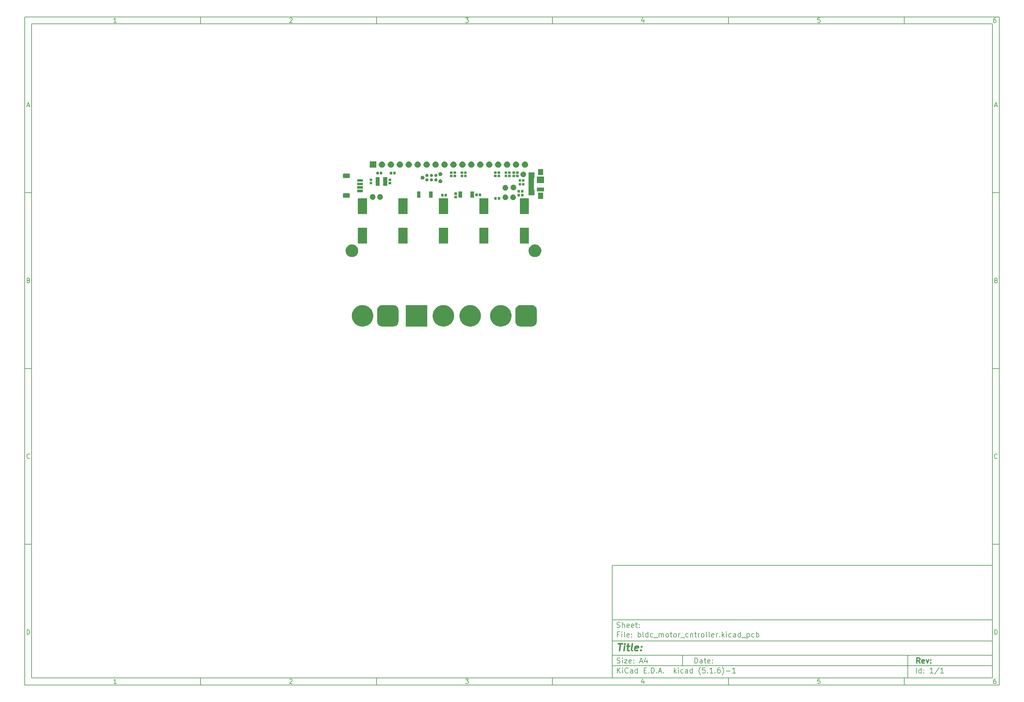
<source format=gbr>
G04 #@! TF.GenerationSoftware,KiCad,Pcbnew,(5.1.6)-1*
G04 #@! TF.CreationDate,2021-03-06T15:59:57+08:00*
G04 #@! TF.ProjectId,bldc_motor_cntroller,626c6463-5f6d-46f7-946f-725f636e7472,rev?*
G04 #@! TF.SameCoordinates,Original*
G04 #@! TF.FileFunction,Soldermask,Bot*
G04 #@! TF.FilePolarity,Negative*
%FSLAX46Y46*%
G04 Gerber Fmt 4.6, Leading zero omitted, Abs format (unit mm)*
G04 Created by KiCad (PCBNEW (5.1.6)-1) date 2021-03-06 15:59:57*
%MOMM*%
%LPD*%
G01*
G04 APERTURE LIST*
%ADD10C,0.100000*%
%ADD11C,0.150000*%
%ADD12C,0.300000*%
%ADD13C,0.400000*%
G04 APERTURE END LIST*
D10*
D11*
X177002200Y-166007200D02*
X177002200Y-198007200D01*
X285002200Y-198007200D01*
X285002200Y-166007200D01*
X177002200Y-166007200D01*
D10*
D11*
X10000000Y-10000000D02*
X10000000Y-200007200D01*
X287002200Y-200007200D01*
X287002200Y-10000000D01*
X10000000Y-10000000D01*
D10*
D11*
X12000000Y-12000000D02*
X12000000Y-198007200D01*
X285002200Y-198007200D01*
X285002200Y-12000000D01*
X12000000Y-12000000D01*
D10*
D11*
X60000000Y-12000000D02*
X60000000Y-10000000D01*
D10*
D11*
X110000000Y-12000000D02*
X110000000Y-10000000D01*
D10*
D11*
X160000000Y-12000000D02*
X160000000Y-10000000D01*
D10*
D11*
X210000000Y-12000000D02*
X210000000Y-10000000D01*
D10*
D11*
X260000000Y-12000000D02*
X260000000Y-10000000D01*
D10*
D11*
X36065476Y-11588095D02*
X35322619Y-11588095D01*
X35694047Y-11588095D02*
X35694047Y-10288095D01*
X35570238Y-10473809D01*
X35446428Y-10597619D01*
X35322619Y-10659523D01*
D10*
D11*
X85322619Y-10411904D02*
X85384523Y-10350000D01*
X85508333Y-10288095D01*
X85817857Y-10288095D01*
X85941666Y-10350000D01*
X86003571Y-10411904D01*
X86065476Y-10535714D01*
X86065476Y-10659523D01*
X86003571Y-10845238D01*
X85260714Y-11588095D01*
X86065476Y-11588095D01*
D10*
D11*
X135260714Y-10288095D02*
X136065476Y-10288095D01*
X135632142Y-10783333D01*
X135817857Y-10783333D01*
X135941666Y-10845238D01*
X136003571Y-10907142D01*
X136065476Y-11030952D01*
X136065476Y-11340476D01*
X136003571Y-11464285D01*
X135941666Y-11526190D01*
X135817857Y-11588095D01*
X135446428Y-11588095D01*
X135322619Y-11526190D01*
X135260714Y-11464285D01*
D10*
D11*
X185941666Y-10721428D02*
X185941666Y-11588095D01*
X185632142Y-10226190D02*
X185322619Y-11154761D01*
X186127380Y-11154761D01*
D10*
D11*
X236003571Y-10288095D02*
X235384523Y-10288095D01*
X235322619Y-10907142D01*
X235384523Y-10845238D01*
X235508333Y-10783333D01*
X235817857Y-10783333D01*
X235941666Y-10845238D01*
X236003571Y-10907142D01*
X236065476Y-11030952D01*
X236065476Y-11340476D01*
X236003571Y-11464285D01*
X235941666Y-11526190D01*
X235817857Y-11588095D01*
X235508333Y-11588095D01*
X235384523Y-11526190D01*
X235322619Y-11464285D01*
D10*
D11*
X285941666Y-10288095D02*
X285694047Y-10288095D01*
X285570238Y-10350000D01*
X285508333Y-10411904D01*
X285384523Y-10597619D01*
X285322619Y-10845238D01*
X285322619Y-11340476D01*
X285384523Y-11464285D01*
X285446428Y-11526190D01*
X285570238Y-11588095D01*
X285817857Y-11588095D01*
X285941666Y-11526190D01*
X286003571Y-11464285D01*
X286065476Y-11340476D01*
X286065476Y-11030952D01*
X286003571Y-10907142D01*
X285941666Y-10845238D01*
X285817857Y-10783333D01*
X285570238Y-10783333D01*
X285446428Y-10845238D01*
X285384523Y-10907142D01*
X285322619Y-11030952D01*
D10*
D11*
X60000000Y-198007200D02*
X60000000Y-200007200D01*
D10*
D11*
X110000000Y-198007200D02*
X110000000Y-200007200D01*
D10*
D11*
X160000000Y-198007200D02*
X160000000Y-200007200D01*
D10*
D11*
X210000000Y-198007200D02*
X210000000Y-200007200D01*
D10*
D11*
X260000000Y-198007200D02*
X260000000Y-200007200D01*
D10*
D11*
X36065476Y-199595295D02*
X35322619Y-199595295D01*
X35694047Y-199595295D02*
X35694047Y-198295295D01*
X35570238Y-198481009D01*
X35446428Y-198604819D01*
X35322619Y-198666723D01*
D10*
D11*
X85322619Y-198419104D02*
X85384523Y-198357200D01*
X85508333Y-198295295D01*
X85817857Y-198295295D01*
X85941666Y-198357200D01*
X86003571Y-198419104D01*
X86065476Y-198542914D01*
X86065476Y-198666723D01*
X86003571Y-198852438D01*
X85260714Y-199595295D01*
X86065476Y-199595295D01*
D10*
D11*
X135260714Y-198295295D02*
X136065476Y-198295295D01*
X135632142Y-198790533D01*
X135817857Y-198790533D01*
X135941666Y-198852438D01*
X136003571Y-198914342D01*
X136065476Y-199038152D01*
X136065476Y-199347676D01*
X136003571Y-199471485D01*
X135941666Y-199533390D01*
X135817857Y-199595295D01*
X135446428Y-199595295D01*
X135322619Y-199533390D01*
X135260714Y-199471485D01*
D10*
D11*
X185941666Y-198728628D02*
X185941666Y-199595295D01*
X185632142Y-198233390D02*
X185322619Y-199161961D01*
X186127380Y-199161961D01*
D10*
D11*
X236003571Y-198295295D02*
X235384523Y-198295295D01*
X235322619Y-198914342D01*
X235384523Y-198852438D01*
X235508333Y-198790533D01*
X235817857Y-198790533D01*
X235941666Y-198852438D01*
X236003571Y-198914342D01*
X236065476Y-199038152D01*
X236065476Y-199347676D01*
X236003571Y-199471485D01*
X235941666Y-199533390D01*
X235817857Y-199595295D01*
X235508333Y-199595295D01*
X235384523Y-199533390D01*
X235322619Y-199471485D01*
D10*
D11*
X285941666Y-198295295D02*
X285694047Y-198295295D01*
X285570238Y-198357200D01*
X285508333Y-198419104D01*
X285384523Y-198604819D01*
X285322619Y-198852438D01*
X285322619Y-199347676D01*
X285384523Y-199471485D01*
X285446428Y-199533390D01*
X285570238Y-199595295D01*
X285817857Y-199595295D01*
X285941666Y-199533390D01*
X286003571Y-199471485D01*
X286065476Y-199347676D01*
X286065476Y-199038152D01*
X286003571Y-198914342D01*
X285941666Y-198852438D01*
X285817857Y-198790533D01*
X285570238Y-198790533D01*
X285446428Y-198852438D01*
X285384523Y-198914342D01*
X285322619Y-199038152D01*
D10*
D11*
X10000000Y-60000000D02*
X12000000Y-60000000D01*
D10*
D11*
X10000000Y-110000000D02*
X12000000Y-110000000D01*
D10*
D11*
X10000000Y-160000000D02*
X12000000Y-160000000D01*
D10*
D11*
X10690476Y-35216666D02*
X11309523Y-35216666D01*
X10566666Y-35588095D02*
X11000000Y-34288095D01*
X11433333Y-35588095D01*
D10*
D11*
X11092857Y-84907142D02*
X11278571Y-84969047D01*
X11340476Y-85030952D01*
X11402380Y-85154761D01*
X11402380Y-85340476D01*
X11340476Y-85464285D01*
X11278571Y-85526190D01*
X11154761Y-85588095D01*
X10659523Y-85588095D01*
X10659523Y-84288095D01*
X11092857Y-84288095D01*
X11216666Y-84350000D01*
X11278571Y-84411904D01*
X11340476Y-84535714D01*
X11340476Y-84659523D01*
X11278571Y-84783333D01*
X11216666Y-84845238D01*
X11092857Y-84907142D01*
X10659523Y-84907142D01*
D10*
D11*
X11402380Y-135464285D02*
X11340476Y-135526190D01*
X11154761Y-135588095D01*
X11030952Y-135588095D01*
X10845238Y-135526190D01*
X10721428Y-135402380D01*
X10659523Y-135278571D01*
X10597619Y-135030952D01*
X10597619Y-134845238D01*
X10659523Y-134597619D01*
X10721428Y-134473809D01*
X10845238Y-134350000D01*
X11030952Y-134288095D01*
X11154761Y-134288095D01*
X11340476Y-134350000D01*
X11402380Y-134411904D01*
D10*
D11*
X10659523Y-185588095D02*
X10659523Y-184288095D01*
X10969047Y-184288095D01*
X11154761Y-184350000D01*
X11278571Y-184473809D01*
X11340476Y-184597619D01*
X11402380Y-184845238D01*
X11402380Y-185030952D01*
X11340476Y-185278571D01*
X11278571Y-185402380D01*
X11154761Y-185526190D01*
X10969047Y-185588095D01*
X10659523Y-185588095D01*
D10*
D11*
X287002200Y-60000000D02*
X285002200Y-60000000D01*
D10*
D11*
X287002200Y-110000000D02*
X285002200Y-110000000D01*
D10*
D11*
X287002200Y-160000000D02*
X285002200Y-160000000D01*
D10*
D11*
X285692676Y-35216666D02*
X286311723Y-35216666D01*
X285568866Y-35588095D02*
X286002200Y-34288095D01*
X286435533Y-35588095D01*
D10*
D11*
X286095057Y-84907142D02*
X286280771Y-84969047D01*
X286342676Y-85030952D01*
X286404580Y-85154761D01*
X286404580Y-85340476D01*
X286342676Y-85464285D01*
X286280771Y-85526190D01*
X286156961Y-85588095D01*
X285661723Y-85588095D01*
X285661723Y-84288095D01*
X286095057Y-84288095D01*
X286218866Y-84350000D01*
X286280771Y-84411904D01*
X286342676Y-84535714D01*
X286342676Y-84659523D01*
X286280771Y-84783333D01*
X286218866Y-84845238D01*
X286095057Y-84907142D01*
X285661723Y-84907142D01*
D10*
D11*
X286404580Y-135464285D02*
X286342676Y-135526190D01*
X286156961Y-135588095D01*
X286033152Y-135588095D01*
X285847438Y-135526190D01*
X285723628Y-135402380D01*
X285661723Y-135278571D01*
X285599819Y-135030952D01*
X285599819Y-134845238D01*
X285661723Y-134597619D01*
X285723628Y-134473809D01*
X285847438Y-134350000D01*
X286033152Y-134288095D01*
X286156961Y-134288095D01*
X286342676Y-134350000D01*
X286404580Y-134411904D01*
D10*
D11*
X285661723Y-185588095D02*
X285661723Y-184288095D01*
X285971247Y-184288095D01*
X286156961Y-184350000D01*
X286280771Y-184473809D01*
X286342676Y-184597619D01*
X286404580Y-184845238D01*
X286404580Y-185030952D01*
X286342676Y-185278571D01*
X286280771Y-185402380D01*
X286156961Y-185526190D01*
X285971247Y-185588095D01*
X285661723Y-185588095D01*
D10*
D11*
X200434342Y-193785771D02*
X200434342Y-192285771D01*
X200791485Y-192285771D01*
X201005771Y-192357200D01*
X201148628Y-192500057D01*
X201220057Y-192642914D01*
X201291485Y-192928628D01*
X201291485Y-193142914D01*
X201220057Y-193428628D01*
X201148628Y-193571485D01*
X201005771Y-193714342D01*
X200791485Y-193785771D01*
X200434342Y-193785771D01*
X202577200Y-193785771D02*
X202577200Y-193000057D01*
X202505771Y-192857200D01*
X202362914Y-192785771D01*
X202077200Y-192785771D01*
X201934342Y-192857200D01*
X202577200Y-193714342D02*
X202434342Y-193785771D01*
X202077200Y-193785771D01*
X201934342Y-193714342D01*
X201862914Y-193571485D01*
X201862914Y-193428628D01*
X201934342Y-193285771D01*
X202077200Y-193214342D01*
X202434342Y-193214342D01*
X202577200Y-193142914D01*
X203077200Y-192785771D02*
X203648628Y-192785771D01*
X203291485Y-192285771D02*
X203291485Y-193571485D01*
X203362914Y-193714342D01*
X203505771Y-193785771D01*
X203648628Y-193785771D01*
X204720057Y-193714342D02*
X204577200Y-193785771D01*
X204291485Y-193785771D01*
X204148628Y-193714342D01*
X204077200Y-193571485D01*
X204077200Y-193000057D01*
X204148628Y-192857200D01*
X204291485Y-192785771D01*
X204577200Y-192785771D01*
X204720057Y-192857200D01*
X204791485Y-193000057D01*
X204791485Y-193142914D01*
X204077200Y-193285771D01*
X205434342Y-193642914D02*
X205505771Y-193714342D01*
X205434342Y-193785771D01*
X205362914Y-193714342D01*
X205434342Y-193642914D01*
X205434342Y-193785771D01*
X205434342Y-192857200D02*
X205505771Y-192928628D01*
X205434342Y-193000057D01*
X205362914Y-192928628D01*
X205434342Y-192857200D01*
X205434342Y-193000057D01*
D10*
D11*
X177002200Y-194507200D02*
X285002200Y-194507200D01*
D10*
D11*
X178434342Y-196585771D02*
X178434342Y-195085771D01*
X179291485Y-196585771D02*
X178648628Y-195728628D01*
X179291485Y-195085771D02*
X178434342Y-195942914D01*
X179934342Y-196585771D02*
X179934342Y-195585771D01*
X179934342Y-195085771D02*
X179862914Y-195157200D01*
X179934342Y-195228628D01*
X180005771Y-195157200D01*
X179934342Y-195085771D01*
X179934342Y-195228628D01*
X181505771Y-196442914D02*
X181434342Y-196514342D01*
X181220057Y-196585771D01*
X181077200Y-196585771D01*
X180862914Y-196514342D01*
X180720057Y-196371485D01*
X180648628Y-196228628D01*
X180577200Y-195942914D01*
X180577200Y-195728628D01*
X180648628Y-195442914D01*
X180720057Y-195300057D01*
X180862914Y-195157200D01*
X181077200Y-195085771D01*
X181220057Y-195085771D01*
X181434342Y-195157200D01*
X181505771Y-195228628D01*
X182791485Y-196585771D02*
X182791485Y-195800057D01*
X182720057Y-195657200D01*
X182577200Y-195585771D01*
X182291485Y-195585771D01*
X182148628Y-195657200D01*
X182791485Y-196514342D02*
X182648628Y-196585771D01*
X182291485Y-196585771D01*
X182148628Y-196514342D01*
X182077200Y-196371485D01*
X182077200Y-196228628D01*
X182148628Y-196085771D01*
X182291485Y-196014342D01*
X182648628Y-196014342D01*
X182791485Y-195942914D01*
X184148628Y-196585771D02*
X184148628Y-195085771D01*
X184148628Y-196514342D02*
X184005771Y-196585771D01*
X183720057Y-196585771D01*
X183577200Y-196514342D01*
X183505771Y-196442914D01*
X183434342Y-196300057D01*
X183434342Y-195871485D01*
X183505771Y-195728628D01*
X183577200Y-195657200D01*
X183720057Y-195585771D01*
X184005771Y-195585771D01*
X184148628Y-195657200D01*
X186005771Y-195800057D02*
X186505771Y-195800057D01*
X186720057Y-196585771D02*
X186005771Y-196585771D01*
X186005771Y-195085771D01*
X186720057Y-195085771D01*
X187362914Y-196442914D02*
X187434342Y-196514342D01*
X187362914Y-196585771D01*
X187291485Y-196514342D01*
X187362914Y-196442914D01*
X187362914Y-196585771D01*
X188077200Y-196585771D02*
X188077200Y-195085771D01*
X188434342Y-195085771D01*
X188648628Y-195157200D01*
X188791485Y-195300057D01*
X188862914Y-195442914D01*
X188934342Y-195728628D01*
X188934342Y-195942914D01*
X188862914Y-196228628D01*
X188791485Y-196371485D01*
X188648628Y-196514342D01*
X188434342Y-196585771D01*
X188077200Y-196585771D01*
X189577200Y-196442914D02*
X189648628Y-196514342D01*
X189577200Y-196585771D01*
X189505771Y-196514342D01*
X189577200Y-196442914D01*
X189577200Y-196585771D01*
X190220057Y-196157200D02*
X190934342Y-196157200D01*
X190077200Y-196585771D02*
X190577200Y-195085771D01*
X191077200Y-196585771D01*
X191577200Y-196442914D02*
X191648628Y-196514342D01*
X191577200Y-196585771D01*
X191505771Y-196514342D01*
X191577200Y-196442914D01*
X191577200Y-196585771D01*
X194577200Y-196585771D02*
X194577200Y-195085771D01*
X194720057Y-196014342D02*
X195148628Y-196585771D01*
X195148628Y-195585771D02*
X194577200Y-196157200D01*
X195791485Y-196585771D02*
X195791485Y-195585771D01*
X195791485Y-195085771D02*
X195720057Y-195157200D01*
X195791485Y-195228628D01*
X195862914Y-195157200D01*
X195791485Y-195085771D01*
X195791485Y-195228628D01*
X197148628Y-196514342D02*
X197005771Y-196585771D01*
X196720057Y-196585771D01*
X196577200Y-196514342D01*
X196505771Y-196442914D01*
X196434342Y-196300057D01*
X196434342Y-195871485D01*
X196505771Y-195728628D01*
X196577200Y-195657200D01*
X196720057Y-195585771D01*
X197005771Y-195585771D01*
X197148628Y-195657200D01*
X198434342Y-196585771D02*
X198434342Y-195800057D01*
X198362914Y-195657200D01*
X198220057Y-195585771D01*
X197934342Y-195585771D01*
X197791485Y-195657200D01*
X198434342Y-196514342D02*
X198291485Y-196585771D01*
X197934342Y-196585771D01*
X197791485Y-196514342D01*
X197720057Y-196371485D01*
X197720057Y-196228628D01*
X197791485Y-196085771D01*
X197934342Y-196014342D01*
X198291485Y-196014342D01*
X198434342Y-195942914D01*
X199791485Y-196585771D02*
X199791485Y-195085771D01*
X199791485Y-196514342D02*
X199648628Y-196585771D01*
X199362914Y-196585771D01*
X199220057Y-196514342D01*
X199148628Y-196442914D01*
X199077200Y-196300057D01*
X199077200Y-195871485D01*
X199148628Y-195728628D01*
X199220057Y-195657200D01*
X199362914Y-195585771D01*
X199648628Y-195585771D01*
X199791485Y-195657200D01*
X202077200Y-197157200D02*
X202005771Y-197085771D01*
X201862914Y-196871485D01*
X201791485Y-196728628D01*
X201720057Y-196514342D01*
X201648628Y-196157200D01*
X201648628Y-195871485D01*
X201720057Y-195514342D01*
X201791485Y-195300057D01*
X201862914Y-195157200D01*
X202005771Y-194942914D01*
X202077200Y-194871485D01*
X203362914Y-195085771D02*
X202648628Y-195085771D01*
X202577200Y-195800057D01*
X202648628Y-195728628D01*
X202791485Y-195657200D01*
X203148628Y-195657200D01*
X203291485Y-195728628D01*
X203362914Y-195800057D01*
X203434342Y-195942914D01*
X203434342Y-196300057D01*
X203362914Y-196442914D01*
X203291485Y-196514342D01*
X203148628Y-196585771D01*
X202791485Y-196585771D01*
X202648628Y-196514342D01*
X202577200Y-196442914D01*
X204077200Y-196442914D02*
X204148628Y-196514342D01*
X204077200Y-196585771D01*
X204005771Y-196514342D01*
X204077200Y-196442914D01*
X204077200Y-196585771D01*
X205577200Y-196585771D02*
X204720057Y-196585771D01*
X205148628Y-196585771D02*
X205148628Y-195085771D01*
X205005771Y-195300057D01*
X204862914Y-195442914D01*
X204720057Y-195514342D01*
X206220057Y-196442914D02*
X206291485Y-196514342D01*
X206220057Y-196585771D01*
X206148628Y-196514342D01*
X206220057Y-196442914D01*
X206220057Y-196585771D01*
X207577200Y-195085771D02*
X207291485Y-195085771D01*
X207148628Y-195157200D01*
X207077200Y-195228628D01*
X206934342Y-195442914D01*
X206862914Y-195728628D01*
X206862914Y-196300057D01*
X206934342Y-196442914D01*
X207005771Y-196514342D01*
X207148628Y-196585771D01*
X207434342Y-196585771D01*
X207577200Y-196514342D01*
X207648628Y-196442914D01*
X207720057Y-196300057D01*
X207720057Y-195942914D01*
X207648628Y-195800057D01*
X207577200Y-195728628D01*
X207434342Y-195657200D01*
X207148628Y-195657200D01*
X207005771Y-195728628D01*
X206934342Y-195800057D01*
X206862914Y-195942914D01*
X208220057Y-197157200D02*
X208291485Y-197085771D01*
X208434342Y-196871485D01*
X208505771Y-196728628D01*
X208577200Y-196514342D01*
X208648628Y-196157200D01*
X208648628Y-195871485D01*
X208577200Y-195514342D01*
X208505771Y-195300057D01*
X208434342Y-195157200D01*
X208291485Y-194942914D01*
X208220057Y-194871485D01*
X209362914Y-196014342D02*
X210505771Y-196014342D01*
X212005771Y-196585771D02*
X211148628Y-196585771D01*
X211577200Y-196585771D02*
X211577200Y-195085771D01*
X211434342Y-195300057D01*
X211291485Y-195442914D01*
X211148628Y-195514342D01*
D10*
D11*
X177002200Y-191507200D02*
X285002200Y-191507200D01*
D10*
D12*
X264411485Y-193785771D02*
X263911485Y-193071485D01*
X263554342Y-193785771D02*
X263554342Y-192285771D01*
X264125771Y-192285771D01*
X264268628Y-192357200D01*
X264340057Y-192428628D01*
X264411485Y-192571485D01*
X264411485Y-192785771D01*
X264340057Y-192928628D01*
X264268628Y-193000057D01*
X264125771Y-193071485D01*
X263554342Y-193071485D01*
X265625771Y-193714342D02*
X265482914Y-193785771D01*
X265197200Y-193785771D01*
X265054342Y-193714342D01*
X264982914Y-193571485D01*
X264982914Y-193000057D01*
X265054342Y-192857200D01*
X265197200Y-192785771D01*
X265482914Y-192785771D01*
X265625771Y-192857200D01*
X265697200Y-193000057D01*
X265697200Y-193142914D01*
X264982914Y-193285771D01*
X266197200Y-192785771D02*
X266554342Y-193785771D01*
X266911485Y-192785771D01*
X267482914Y-193642914D02*
X267554342Y-193714342D01*
X267482914Y-193785771D01*
X267411485Y-193714342D01*
X267482914Y-193642914D01*
X267482914Y-193785771D01*
X267482914Y-192857200D02*
X267554342Y-192928628D01*
X267482914Y-193000057D01*
X267411485Y-192928628D01*
X267482914Y-192857200D01*
X267482914Y-193000057D01*
D10*
D11*
X178362914Y-193714342D02*
X178577200Y-193785771D01*
X178934342Y-193785771D01*
X179077200Y-193714342D01*
X179148628Y-193642914D01*
X179220057Y-193500057D01*
X179220057Y-193357200D01*
X179148628Y-193214342D01*
X179077200Y-193142914D01*
X178934342Y-193071485D01*
X178648628Y-193000057D01*
X178505771Y-192928628D01*
X178434342Y-192857200D01*
X178362914Y-192714342D01*
X178362914Y-192571485D01*
X178434342Y-192428628D01*
X178505771Y-192357200D01*
X178648628Y-192285771D01*
X179005771Y-192285771D01*
X179220057Y-192357200D01*
X179862914Y-193785771D02*
X179862914Y-192785771D01*
X179862914Y-192285771D02*
X179791485Y-192357200D01*
X179862914Y-192428628D01*
X179934342Y-192357200D01*
X179862914Y-192285771D01*
X179862914Y-192428628D01*
X180434342Y-192785771D02*
X181220057Y-192785771D01*
X180434342Y-193785771D01*
X181220057Y-193785771D01*
X182362914Y-193714342D02*
X182220057Y-193785771D01*
X181934342Y-193785771D01*
X181791485Y-193714342D01*
X181720057Y-193571485D01*
X181720057Y-193000057D01*
X181791485Y-192857200D01*
X181934342Y-192785771D01*
X182220057Y-192785771D01*
X182362914Y-192857200D01*
X182434342Y-193000057D01*
X182434342Y-193142914D01*
X181720057Y-193285771D01*
X183077200Y-193642914D02*
X183148628Y-193714342D01*
X183077200Y-193785771D01*
X183005771Y-193714342D01*
X183077200Y-193642914D01*
X183077200Y-193785771D01*
X183077200Y-192857200D02*
X183148628Y-192928628D01*
X183077200Y-193000057D01*
X183005771Y-192928628D01*
X183077200Y-192857200D01*
X183077200Y-193000057D01*
X184862914Y-193357200D02*
X185577200Y-193357200D01*
X184720057Y-193785771D02*
X185220057Y-192285771D01*
X185720057Y-193785771D01*
X186862914Y-192785771D02*
X186862914Y-193785771D01*
X186505771Y-192214342D02*
X186148628Y-193285771D01*
X187077200Y-193285771D01*
D10*
D11*
X263434342Y-196585771D02*
X263434342Y-195085771D01*
X264791485Y-196585771D02*
X264791485Y-195085771D01*
X264791485Y-196514342D02*
X264648628Y-196585771D01*
X264362914Y-196585771D01*
X264220057Y-196514342D01*
X264148628Y-196442914D01*
X264077200Y-196300057D01*
X264077200Y-195871485D01*
X264148628Y-195728628D01*
X264220057Y-195657200D01*
X264362914Y-195585771D01*
X264648628Y-195585771D01*
X264791485Y-195657200D01*
X265505771Y-196442914D02*
X265577200Y-196514342D01*
X265505771Y-196585771D01*
X265434342Y-196514342D01*
X265505771Y-196442914D01*
X265505771Y-196585771D01*
X265505771Y-195657200D02*
X265577200Y-195728628D01*
X265505771Y-195800057D01*
X265434342Y-195728628D01*
X265505771Y-195657200D01*
X265505771Y-195800057D01*
X268148628Y-196585771D02*
X267291485Y-196585771D01*
X267720057Y-196585771D02*
X267720057Y-195085771D01*
X267577200Y-195300057D01*
X267434342Y-195442914D01*
X267291485Y-195514342D01*
X269862914Y-195014342D02*
X268577200Y-196942914D01*
X271148628Y-196585771D02*
X270291485Y-196585771D01*
X270720057Y-196585771D02*
X270720057Y-195085771D01*
X270577200Y-195300057D01*
X270434342Y-195442914D01*
X270291485Y-195514342D01*
D10*
D11*
X177002200Y-187507200D02*
X285002200Y-187507200D01*
D10*
D13*
X178714580Y-188211961D02*
X179857438Y-188211961D01*
X179036009Y-190211961D02*
X179286009Y-188211961D01*
X180274104Y-190211961D02*
X180440771Y-188878628D01*
X180524104Y-188211961D02*
X180416961Y-188307200D01*
X180500295Y-188402438D01*
X180607438Y-188307200D01*
X180524104Y-188211961D01*
X180500295Y-188402438D01*
X181107438Y-188878628D02*
X181869342Y-188878628D01*
X181476485Y-188211961D02*
X181262200Y-189926247D01*
X181333628Y-190116723D01*
X181512200Y-190211961D01*
X181702676Y-190211961D01*
X182655057Y-190211961D02*
X182476485Y-190116723D01*
X182405057Y-189926247D01*
X182619342Y-188211961D01*
X184190771Y-190116723D02*
X183988390Y-190211961D01*
X183607438Y-190211961D01*
X183428866Y-190116723D01*
X183357438Y-189926247D01*
X183452676Y-189164342D01*
X183571723Y-188973866D01*
X183774104Y-188878628D01*
X184155057Y-188878628D01*
X184333628Y-188973866D01*
X184405057Y-189164342D01*
X184381247Y-189354819D01*
X183405057Y-189545295D01*
X185155057Y-190021485D02*
X185238390Y-190116723D01*
X185131247Y-190211961D01*
X185047914Y-190116723D01*
X185155057Y-190021485D01*
X185131247Y-190211961D01*
X185286009Y-188973866D02*
X185369342Y-189069104D01*
X185262200Y-189164342D01*
X185178866Y-189069104D01*
X185286009Y-188973866D01*
X185262200Y-189164342D01*
D10*
D11*
X178934342Y-185600057D02*
X178434342Y-185600057D01*
X178434342Y-186385771D02*
X178434342Y-184885771D01*
X179148628Y-184885771D01*
X179720057Y-186385771D02*
X179720057Y-185385771D01*
X179720057Y-184885771D02*
X179648628Y-184957200D01*
X179720057Y-185028628D01*
X179791485Y-184957200D01*
X179720057Y-184885771D01*
X179720057Y-185028628D01*
X180648628Y-186385771D02*
X180505771Y-186314342D01*
X180434342Y-186171485D01*
X180434342Y-184885771D01*
X181791485Y-186314342D02*
X181648628Y-186385771D01*
X181362914Y-186385771D01*
X181220057Y-186314342D01*
X181148628Y-186171485D01*
X181148628Y-185600057D01*
X181220057Y-185457200D01*
X181362914Y-185385771D01*
X181648628Y-185385771D01*
X181791485Y-185457200D01*
X181862914Y-185600057D01*
X181862914Y-185742914D01*
X181148628Y-185885771D01*
X182505771Y-186242914D02*
X182577200Y-186314342D01*
X182505771Y-186385771D01*
X182434342Y-186314342D01*
X182505771Y-186242914D01*
X182505771Y-186385771D01*
X182505771Y-185457200D02*
X182577200Y-185528628D01*
X182505771Y-185600057D01*
X182434342Y-185528628D01*
X182505771Y-185457200D01*
X182505771Y-185600057D01*
X184362914Y-186385771D02*
X184362914Y-184885771D01*
X184362914Y-185457200D02*
X184505771Y-185385771D01*
X184791485Y-185385771D01*
X184934342Y-185457200D01*
X185005771Y-185528628D01*
X185077200Y-185671485D01*
X185077200Y-186100057D01*
X185005771Y-186242914D01*
X184934342Y-186314342D01*
X184791485Y-186385771D01*
X184505771Y-186385771D01*
X184362914Y-186314342D01*
X185934342Y-186385771D02*
X185791485Y-186314342D01*
X185720057Y-186171485D01*
X185720057Y-184885771D01*
X187148628Y-186385771D02*
X187148628Y-184885771D01*
X187148628Y-186314342D02*
X187005771Y-186385771D01*
X186720057Y-186385771D01*
X186577200Y-186314342D01*
X186505771Y-186242914D01*
X186434342Y-186100057D01*
X186434342Y-185671485D01*
X186505771Y-185528628D01*
X186577200Y-185457200D01*
X186720057Y-185385771D01*
X187005771Y-185385771D01*
X187148628Y-185457200D01*
X188505771Y-186314342D02*
X188362914Y-186385771D01*
X188077200Y-186385771D01*
X187934342Y-186314342D01*
X187862914Y-186242914D01*
X187791485Y-186100057D01*
X187791485Y-185671485D01*
X187862914Y-185528628D01*
X187934342Y-185457200D01*
X188077200Y-185385771D01*
X188362914Y-185385771D01*
X188505771Y-185457200D01*
X188791485Y-186528628D02*
X189934342Y-186528628D01*
X190291485Y-186385771D02*
X190291485Y-185385771D01*
X190291485Y-185528628D02*
X190362914Y-185457200D01*
X190505771Y-185385771D01*
X190720057Y-185385771D01*
X190862914Y-185457200D01*
X190934342Y-185600057D01*
X190934342Y-186385771D01*
X190934342Y-185600057D02*
X191005771Y-185457200D01*
X191148628Y-185385771D01*
X191362914Y-185385771D01*
X191505771Y-185457200D01*
X191577200Y-185600057D01*
X191577200Y-186385771D01*
X192505771Y-186385771D02*
X192362914Y-186314342D01*
X192291485Y-186242914D01*
X192220057Y-186100057D01*
X192220057Y-185671485D01*
X192291485Y-185528628D01*
X192362914Y-185457200D01*
X192505771Y-185385771D01*
X192720057Y-185385771D01*
X192862914Y-185457200D01*
X192934342Y-185528628D01*
X193005771Y-185671485D01*
X193005771Y-186100057D01*
X192934342Y-186242914D01*
X192862914Y-186314342D01*
X192720057Y-186385771D01*
X192505771Y-186385771D01*
X193434342Y-185385771D02*
X194005771Y-185385771D01*
X193648628Y-184885771D02*
X193648628Y-186171485D01*
X193720057Y-186314342D01*
X193862914Y-186385771D01*
X194005771Y-186385771D01*
X194720057Y-186385771D02*
X194577200Y-186314342D01*
X194505771Y-186242914D01*
X194434342Y-186100057D01*
X194434342Y-185671485D01*
X194505771Y-185528628D01*
X194577200Y-185457200D01*
X194720057Y-185385771D01*
X194934342Y-185385771D01*
X195077200Y-185457200D01*
X195148628Y-185528628D01*
X195220057Y-185671485D01*
X195220057Y-186100057D01*
X195148628Y-186242914D01*
X195077200Y-186314342D01*
X194934342Y-186385771D01*
X194720057Y-186385771D01*
X195862914Y-186385771D02*
X195862914Y-185385771D01*
X195862914Y-185671485D02*
X195934342Y-185528628D01*
X196005771Y-185457200D01*
X196148628Y-185385771D01*
X196291485Y-185385771D01*
X196434342Y-186528628D02*
X197577200Y-186528628D01*
X198577200Y-186314342D02*
X198434342Y-186385771D01*
X198148628Y-186385771D01*
X198005771Y-186314342D01*
X197934342Y-186242914D01*
X197862914Y-186100057D01*
X197862914Y-185671485D01*
X197934342Y-185528628D01*
X198005771Y-185457200D01*
X198148628Y-185385771D01*
X198434342Y-185385771D01*
X198577200Y-185457200D01*
X199220057Y-185385771D02*
X199220057Y-186385771D01*
X199220057Y-185528628D02*
X199291485Y-185457200D01*
X199434342Y-185385771D01*
X199648628Y-185385771D01*
X199791485Y-185457200D01*
X199862914Y-185600057D01*
X199862914Y-186385771D01*
X200362914Y-185385771D02*
X200934342Y-185385771D01*
X200577200Y-184885771D02*
X200577200Y-186171485D01*
X200648628Y-186314342D01*
X200791485Y-186385771D01*
X200934342Y-186385771D01*
X201434342Y-186385771D02*
X201434342Y-185385771D01*
X201434342Y-185671485D02*
X201505771Y-185528628D01*
X201577200Y-185457200D01*
X201720057Y-185385771D01*
X201862914Y-185385771D01*
X202577200Y-186385771D02*
X202434342Y-186314342D01*
X202362914Y-186242914D01*
X202291485Y-186100057D01*
X202291485Y-185671485D01*
X202362914Y-185528628D01*
X202434342Y-185457200D01*
X202577200Y-185385771D01*
X202791485Y-185385771D01*
X202934342Y-185457200D01*
X203005771Y-185528628D01*
X203077200Y-185671485D01*
X203077200Y-186100057D01*
X203005771Y-186242914D01*
X202934342Y-186314342D01*
X202791485Y-186385771D01*
X202577200Y-186385771D01*
X203934342Y-186385771D02*
X203791485Y-186314342D01*
X203720057Y-186171485D01*
X203720057Y-184885771D01*
X204720057Y-186385771D02*
X204577200Y-186314342D01*
X204505771Y-186171485D01*
X204505771Y-184885771D01*
X205862914Y-186314342D02*
X205720057Y-186385771D01*
X205434342Y-186385771D01*
X205291485Y-186314342D01*
X205220057Y-186171485D01*
X205220057Y-185600057D01*
X205291485Y-185457200D01*
X205434342Y-185385771D01*
X205720057Y-185385771D01*
X205862914Y-185457200D01*
X205934342Y-185600057D01*
X205934342Y-185742914D01*
X205220057Y-185885771D01*
X206577200Y-186385771D02*
X206577200Y-185385771D01*
X206577200Y-185671485D02*
X206648628Y-185528628D01*
X206720057Y-185457200D01*
X206862914Y-185385771D01*
X207005771Y-185385771D01*
X207505771Y-186242914D02*
X207577200Y-186314342D01*
X207505771Y-186385771D01*
X207434342Y-186314342D01*
X207505771Y-186242914D01*
X207505771Y-186385771D01*
X208220057Y-186385771D02*
X208220057Y-184885771D01*
X208362914Y-185814342D02*
X208791485Y-186385771D01*
X208791485Y-185385771D02*
X208220057Y-185957200D01*
X209434342Y-186385771D02*
X209434342Y-185385771D01*
X209434342Y-184885771D02*
X209362914Y-184957200D01*
X209434342Y-185028628D01*
X209505771Y-184957200D01*
X209434342Y-184885771D01*
X209434342Y-185028628D01*
X210791485Y-186314342D02*
X210648628Y-186385771D01*
X210362914Y-186385771D01*
X210220057Y-186314342D01*
X210148628Y-186242914D01*
X210077200Y-186100057D01*
X210077200Y-185671485D01*
X210148628Y-185528628D01*
X210220057Y-185457200D01*
X210362914Y-185385771D01*
X210648628Y-185385771D01*
X210791485Y-185457200D01*
X212077200Y-186385771D02*
X212077200Y-185600057D01*
X212005771Y-185457200D01*
X211862914Y-185385771D01*
X211577200Y-185385771D01*
X211434342Y-185457200D01*
X212077200Y-186314342D02*
X211934342Y-186385771D01*
X211577200Y-186385771D01*
X211434342Y-186314342D01*
X211362914Y-186171485D01*
X211362914Y-186028628D01*
X211434342Y-185885771D01*
X211577200Y-185814342D01*
X211934342Y-185814342D01*
X212077200Y-185742914D01*
X213434342Y-186385771D02*
X213434342Y-184885771D01*
X213434342Y-186314342D02*
X213291485Y-186385771D01*
X213005771Y-186385771D01*
X212862914Y-186314342D01*
X212791485Y-186242914D01*
X212720057Y-186100057D01*
X212720057Y-185671485D01*
X212791485Y-185528628D01*
X212862914Y-185457200D01*
X213005771Y-185385771D01*
X213291485Y-185385771D01*
X213434342Y-185457200D01*
X213791485Y-186528628D02*
X214934342Y-186528628D01*
X215291485Y-185385771D02*
X215291485Y-186885771D01*
X215291485Y-185457200D02*
X215434342Y-185385771D01*
X215720057Y-185385771D01*
X215862914Y-185457200D01*
X215934342Y-185528628D01*
X216005771Y-185671485D01*
X216005771Y-186100057D01*
X215934342Y-186242914D01*
X215862914Y-186314342D01*
X215720057Y-186385771D01*
X215434342Y-186385771D01*
X215291485Y-186314342D01*
X217291485Y-186314342D02*
X217148628Y-186385771D01*
X216862914Y-186385771D01*
X216720057Y-186314342D01*
X216648628Y-186242914D01*
X216577200Y-186100057D01*
X216577200Y-185671485D01*
X216648628Y-185528628D01*
X216720057Y-185457200D01*
X216862914Y-185385771D01*
X217148628Y-185385771D01*
X217291485Y-185457200D01*
X217934342Y-186385771D02*
X217934342Y-184885771D01*
X217934342Y-185457200D02*
X218077200Y-185385771D01*
X218362914Y-185385771D01*
X218505771Y-185457200D01*
X218577200Y-185528628D01*
X218648628Y-185671485D01*
X218648628Y-186100057D01*
X218577200Y-186242914D01*
X218505771Y-186314342D01*
X218362914Y-186385771D01*
X218077200Y-186385771D01*
X217934342Y-186314342D01*
D10*
D11*
X177002200Y-181507200D02*
X285002200Y-181507200D01*
D10*
D11*
X178362914Y-183614342D02*
X178577200Y-183685771D01*
X178934342Y-183685771D01*
X179077200Y-183614342D01*
X179148628Y-183542914D01*
X179220057Y-183400057D01*
X179220057Y-183257200D01*
X179148628Y-183114342D01*
X179077200Y-183042914D01*
X178934342Y-182971485D01*
X178648628Y-182900057D01*
X178505771Y-182828628D01*
X178434342Y-182757200D01*
X178362914Y-182614342D01*
X178362914Y-182471485D01*
X178434342Y-182328628D01*
X178505771Y-182257200D01*
X178648628Y-182185771D01*
X179005771Y-182185771D01*
X179220057Y-182257200D01*
X179862914Y-183685771D02*
X179862914Y-182185771D01*
X180505771Y-183685771D02*
X180505771Y-182900057D01*
X180434342Y-182757200D01*
X180291485Y-182685771D01*
X180077200Y-182685771D01*
X179934342Y-182757200D01*
X179862914Y-182828628D01*
X181791485Y-183614342D02*
X181648628Y-183685771D01*
X181362914Y-183685771D01*
X181220057Y-183614342D01*
X181148628Y-183471485D01*
X181148628Y-182900057D01*
X181220057Y-182757200D01*
X181362914Y-182685771D01*
X181648628Y-182685771D01*
X181791485Y-182757200D01*
X181862914Y-182900057D01*
X181862914Y-183042914D01*
X181148628Y-183185771D01*
X183077200Y-183614342D02*
X182934342Y-183685771D01*
X182648628Y-183685771D01*
X182505771Y-183614342D01*
X182434342Y-183471485D01*
X182434342Y-182900057D01*
X182505771Y-182757200D01*
X182648628Y-182685771D01*
X182934342Y-182685771D01*
X183077200Y-182757200D01*
X183148628Y-182900057D01*
X183148628Y-183042914D01*
X182434342Y-183185771D01*
X183577200Y-182685771D02*
X184148628Y-182685771D01*
X183791485Y-182185771D02*
X183791485Y-183471485D01*
X183862914Y-183614342D01*
X184005771Y-183685771D01*
X184148628Y-183685771D01*
X184648628Y-183542914D02*
X184720057Y-183614342D01*
X184648628Y-183685771D01*
X184577200Y-183614342D01*
X184648628Y-183542914D01*
X184648628Y-183685771D01*
X184648628Y-182757200D02*
X184720057Y-182828628D01*
X184648628Y-182900057D01*
X184577200Y-182828628D01*
X184648628Y-182757200D01*
X184648628Y-182900057D01*
D10*
D11*
X197002200Y-191507200D02*
X197002200Y-194507200D01*
D10*
D11*
X261002200Y-191507200D02*
X261002200Y-198007200D01*
D10*
G36*
X115073297Y-91977704D02*
G01*
X115347637Y-92060924D01*
X115600462Y-92196062D01*
X115822070Y-92377930D01*
X116003938Y-92599538D01*
X116139076Y-92852363D01*
X116222296Y-93126703D01*
X116251000Y-93418140D01*
X116251000Y-96581860D01*
X116222296Y-96873297D01*
X116139076Y-97147637D01*
X116003938Y-97400462D01*
X115822070Y-97622070D01*
X115600462Y-97803938D01*
X115347637Y-97939076D01*
X115073297Y-98022296D01*
X114781860Y-98051000D01*
X111618140Y-98051000D01*
X111326703Y-98022296D01*
X111052363Y-97939076D01*
X110799538Y-97803938D01*
X110577930Y-97622070D01*
X110396062Y-97400462D01*
X110260924Y-97147637D01*
X110177704Y-96873297D01*
X110149000Y-96581860D01*
X110149000Y-93418140D01*
X110177704Y-93126703D01*
X110260924Y-92852363D01*
X110396062Y-92599538D01*
X110577930Y-92377930D01*
X110799538Y-92196062D01*
X111052363Y-92060924D01*
X111326703Y-91977704D01*
X111618140Y-91949000D01*
X114781860Y-91949000D01*
X115073297Y-91977704D01*
G37*
G36*
X146189943Y-92066248D02*
G01*
X146745189Y-92296238D01*
X146867449Y-92377930D01*
X147244899Y-92630134D01*
X147669866Y-93055101D01*
X147669867Y-93055103D01*
X148003762Y-93554811D01*
X148233752Y-94110057D01*
X148351000Y-94699501D01*
X148351000Y-95300499D01*
X148233752Y-95889943D01*
X148003762Y-96445189D01*
X148003761Y-96445190D01*
X147669866Y-96944899D01*
X147244899Y-97369866D01*
X146993347Y-97537948D01*
X146745189Y-97703762D01*
X146189943Y-97933752D01*
X145600499Y-98051000D01*
X144999501Y-98051000D01*
X144410057Y-97933752D01*
X143854811Y-97703762D01*
X143606653Y-97537948D01*
X143355101Y-97369866D01*
X142930134Y-96944899D01*
X142596239Y-96445190D01*
X142596238Y-96445189D01*
X142366248Y-95889943D01*
X142249000Y-95300499D01*
X142249000Y-94699501D01*
X142366248Y-94110057D01*
X142596238Y-93554811D01*
X142930133Y-93055103D01*
X142930134Y-93055101D01*
X143355101Y-92630134D01*
X143732551Y-92377930D01*
X143854811Y-92296238D01*
X144410057Y-92066248D01*
X144999501Y-91949000D01*
X145600499Y-91949000D01*
X146189943Y-92066248D01*
G37*
G36*
X154373297Y-91977704D02*
G01*
X154647637Y-92060924D01*
X154900462Y-92196062D01*
X155122070Y-92377930D01*
X155303938Y-92599538D01*
X155439076Y-92852363D01*
X155522296Y-93126703D01*
X155551000Y-93418140D01*
X155551000Y-96581860D01*
X155522296Y-96873297D01*
X155439076Y-97147637D01*
X155303938Y-97400462D01*
X155122070Y-97622070D01*
X154900462Y-97803938D01*
X154647637Y-97939076D01*
X154373297Y-98022296D01*
X154081860Y-98051000D01*
X150918140Y-98051000D01*
X150626703Y-98022296D01*
X150352363Y-97939076D01*
X150099538Y-97803938D01*
X149877930Y-97622070D01*
X149696062Y-97400462D01*
X149560924Y-97147637D01*
X149477704Y-96873297D01*
X149449000Y-96581860D01*
X149449000Y-93418140D01*
X149477704Y-93126703D01*
X149560924Y-92852363D01*
X149696062Y-92599538D01*
X149877930Y-92377930D01*
X150099538Y-92196062D01*
X150352363Y-92060924D01*
X150626703Y-91977704D01*
X150918140Y-91949000D01*
X154081860Y-91949000D01*
X154373297Y-91977704D01*
G37*
G36*
X106889943Y-92066248D02*
G01*
X107445189Y-92296238D01*
X107567449Y-92377930D01*
X107944899Y-92630134D01*
X108369866Y-93055101D01*
X108369867Y-93055103D01*
X108703762Y-93554811D01*
X108933752Y-94110057D01*
X109051000Y-94699501D01*
X109051000Y-95300499D01*
X108933752Y-95889943D01*
X108703762Y-96445189D01*
X108703761Y-96445190D01*
X108369866Y-96944899D01*
X107944899Y-97369866D01*
X107693347Y-97537948D01*
X107445189Y-97703762D01*
X106889943Y-97933752D01*
X106300499Y-98051000D01*
X105699501Y-98051000D01*
X105110057Y-97933752D01*
X104554811Y-97703762D01*
X104306653Y-97537948D01*
X104055101Y-97369866D01*
X103630134Y-96944899D01*
X103296239Y-96445190D01*
X103296238Y-96445189D01*
X103066248Y-95889943D01*
X102949000Y-95300499D01*
X102949000Y-94699501D01*
X103066248Y-94110057D01*
X103296238Y-93554811D01*
X103630133Y-93055103D01*
X103630134Y-93055101D01*
X104055101Y-92630134D01*
X104432551Y-92377930D01*
X104554811Y-92296238D01*
X105110057Y-92066248D01*
X105699501Y-91949000D01*
X106300499Y-91949000D01*
X106889943Y-92066248D01*
G37*
G36*
X137215170Y-92007879D02*
G01*
X137509868Y-92066498D01*
X138065067Y-92296469D01*
X138350867Y-92487435D01*
X138564733Y-92630335D01*
X138989665Y-93055267D01*
X139132565Y-93269133D01*
X139323531Y-93554933D01*
X139553502Y-94110132D01*
X139670740Y-94699528D01*
X139670740Y-95300472D01*
X139553502Y-95889868D01*
X139323531Y-96445067D01*
X139132565Y-96730867D01*
X138989665Y-96944733D01*
X138564733Y-97369665D01*
X138350867Y-97512565D01*
X138065067Y-97703531D01*
X137509868Y-97933502D01*
X137215170Y-97992121D01*
X136920473Y-98050740D01*
X136319527Y-98050740D01*
X136024830Y-97992121D01*
X135730132Y-97933502D01*
X135174933Y-97703531D01*
X134889133Y-97512565D01*
X134675267Y-97369665D01*
X134250335Y-96944733D01*
X134107435Y-96730867D01*
X133916469Y-96445067D01*
X133686498Y-95889868D01*
X133569260Y-95300472D01*
X133569260Y-94699528D01*
X133686498Y-94110132D01*
X133916469Y-93554933D01*
X134107435Y-93269133D01*
X134250335Y-93055267D01*
X134675267Y-92630335D01*
X134889133Y-92487435D01*
X135174933Y-92296469D01*
X135730132Y-92066498D01*
X136024830Y-92007879D01*
X136319527Y-91949260D01*
X136920473Y-91949260D01*
X137215170Y-92007879D01*
G37*
G36*
X124430740Y-98050740D02*
G01*
X118329260Y-98050740D01*
X118329260Y-91949260D01*
X124430740Y-91949260D01*
X124430740Y-98050740D01*
G37*
G36*
X129595170Y-92007879D02*
G01*
X129889868Y-92066498D01*
X130445067Y-92296469D01*
X130730867Y-92487435D01*
X130944733Y-92630335D01*
X131369665Y-93055267D01*
X131512565Y-93269133D01*
X131703531Y-93554933D01*
X131933502Y-94110132D01*
X132050740Y-94699528D01*
X132050740Y-95300472D01*
X131933502Y-95889868D01*
X131703531Y-96445067D01*
X131512565Y-96730867D01*
X131369665Y-96944733D01*
X130944733Y-97369665D01*
X130730867Y-97512565D01*
X130445067Y-97703531D01*
X129889868Y-97933502D01*
X129595170Y-97992121D01*
X129300473Y-98050740D01*
X128699527Y-98050740D01*
X128404830Y-97992121D01*
X128110132Y-97933502D01*
X127554933Y-97703531D01*
X127269133Y-97512565D01*
X127055267Y-97369665D01*
X126630335Y-96944733D01*
X126487435Y-96730867D01*
X126296469Y-96445067D01*
X126066498Y-95889868D01*
X125949260Y-95300472D01*
X125949260Y-94699528D01*
X126066498Y-94110132D01*
X126296469Y-93554933D01*
X126487435Y-93269133D01*
X126630335Y-93055267D01*
X127055267Y-92630335D01*
X127269133Y-92487435D01*
X127554933Y-92296469D01*
X128110132Y-92066498D01*
X128404830Y-92007879D01*
X128699527Y-91949260D01*
X129300473Y-91949260D01*
X129595170Y-92007879D01*
G37*
G36*
X103525331Y-74768211D02*
G01*
X103853092Y-74903974D01*
X104148070Y-75101072D01*
X104398928Y-75351930D01*
X104596026Y-75646908D01*
X104731789Y-75974669D01*
X104801000Y-76322616D01*
X104801000Y-76677384D01*
X104731789Y-77025331D01*
X104596026Y-77353092D01*
X104398928Y-77648070D01*
X104148070Y-77898928D01*
X103853092Y-78096026D01*
X103525331Y-78231789D01*
X103177384Y-78301000D01*
X102822616Y-78301000D01*
X102474669Y-78231789D01*
X102146908Y-78096026D01*
X101851930Y-77898928D01*
X101601072Y-77648070D01*
X101403974Y-77353092D01*
X101268211Y-77025331D01*
X101199000Y-76677384D01*
X101199000Y-76322616D01*
X101268211Y-75974669D01*
X101403974Y-75646908D01*
X101601072Y-75351930D01*
X101851930Y-75101072D01*
X102146908Y-74903974D01*
X102474669Y-74768211D01*
X102822616Y-74699000D01*
X103177384Y-74699000D01*
X103525331Y-74768211D01*
G37*
G36*
X155525331Y-74768211D02*
G01*
X155853092Y-74903974D01*
X156148070Y-75101072D01*
X156398928Y-75351930D01*
X156596026Y-75646908D01*
X156731789Y-75974669D01*
X156801000Y-76322616D01*
X156801000Y-76677384D01*
X156731789Y-77025331D01*
X156596026Y-77353092D01*
X156398928Y-77648070D01*
X156148070Y-77898928D01*
X155853092Y-78096026D01*
X155525331Y-78231789D01*
X155177384Y-78301000D01*
X154822616Y-78301000D01*
X154474669Y-78231789D01*
X154146908Y-78096026D01*
X153851930Y-77898928D01*
X153601072Y-77648070D01*
X153403974Y-77353092D01*
X153268211Y-77025331D01*
X153199000Y-76677384D01*
X153199000Y-76322616D01*
X153268211Y-75974669D01*
X153403974Y-75646908D01*
X153601072Y-75351930D01*
X153851930Y-75101072D01*
X154146908Y-74903974D01*
X154474669Y-74768211D01*
X154822616Y-74699000D01*
X155177384Y-74699000D01*
X155525331Y-74768211D01*
G37*
G36*
X130171934Y-69952671D02*
G01*
X130201877Y-69961754D01*
X130229465Y-69976500D01*
X130253651Y-69996349D01*
X130273500Y-70020535D01*
X130288246Y-70048123D01*
X130297329Y-70078066D01*
X130301000Y-70115340D01*
X130301000Y-74284660D01*
X130297329Y-74321934D01*
X130288246Y-74351877D01*
X130273500Y-74379465D01*
X130253651Y-74403651D01*
X130229465Y-74423500D01*
X130201877Y-74438246D01*
X130171934Y-74447329D01*
X130134660Y-74451000D01*
X127865340Y-74451000D01*
X127828066Y-74447329D01*
X127798123Y-74438246D01*
X127770535Y-74423500D01*
X127746349Y-74403651D01*
X127726500Y-74379465D01*
X127711754Y-74351877D01*
X127702671Y-74321934D01*
X127699000Y-74284660D01*
X127699000Y-70115340D01*
X127702671Y-70078066D01*
X127711754Y-70048123D01*
X127726500Y-70020535D01*
X127746349Y-69996349D01*
X127770535Y-69976500D01*
X127798123Y-69961754D01*
X127828066Y-69952671D01*
X127865340Y-69949000D01*
X130134660Y-69949000D01*
X130171934Y-69952671D01*
G37*
G36*
X141671934Y-69952671D02*
G01*
X141701877Y-69961754D01*
X141729465Y-69976500D01*
X141753651Y-69996349D01*
X141773500Y-70020535D01*
X141788246Y-70048123D01*
X141797329Y-70078066D01*
X141801000Y-70115340D01*
X141801000Y-74284660D01*
X141797329Y-74321934D01*
X141788246Y-74351877D01*
X141773500Y-74379465D01*
X141753651Y-74403651D01*
X141729465Y-74423500D01*
X141701877Y-74438246D01*
X141671934Y-74447329D01*
X141634660Y-74451000D01*
X139365340Y-74451000D01*
X139328066Y-74447329D01*
X139298123Y-74438246D01*
X139270535Y-74423500D01*
X139246349Y-74403651D01*
X139226500Y-74379465D01*
X139211754Y-74351877D01*
X139202671Y-74321934D01*
X139199000Y-74284660D01*
X139199000Y-70115340D01*
X139202671Y-70078066D01*
X139211754Y-70048123D01*
X139226500Y-70020535D01*
X139246349Y-69996349D01*
X139270535Y-69976500D01*
X139298123Y-69961754D01*
X139328066Y-69952671D01*
X139365340Y-69949000D01*
X141634660Y-69949000D01*
X141671934Y-69952671D01*
G37*
G36*
X153171934Y-69952671D02*
G01*
X153201877Y-69961754D01*
X153229465Y-69976500D01*
X153253651Y-69996349D01*
X153273500Y-70020535D01*
X153288246Y-70048123D01*
X153297329Y-70078066D01*
X153301000Y-70115340D01*
X153301000Y-74284660D01*
X153297329Y-74321934D01*
X153288246Y-74351877D01*
X153273500Y-74379465D01*
X153253651Y-74403651D01*
X153229465Y-74423500D01*
X153201877Y-74438246D01*
X153171934Y-74447329D01*
X153134660Y-74451000D01*
X150865340Y-74451000D01*
X150828066Y-74447329D01*
X150798123Y-74438246D01*
X150770535Y-74423500D01*
X150746349Y-74403651D01*
X150726500Y-74379465D01*
X150711754Y-74351877D01*
X150702671Y-74321934D01*
X150699000Y-74284660D01*
X150699000Y-70115340D01*
X150702671Y-70078066D01*
X150711754Y-70048123D01*
X150726500Y-70020535D01*
X150746349Y-69996349D01*
X150770535Y-69976500D01*
X150798123Y-69961754D01*
X150828066Y-69952671D01*
X150865340Y-69949000D01*
X153134660Y-69949000D01*
X153171934Y-69952671D01*
G37*
G36*
X107171934Y-69952671D02*
G01*
X107201877Y-69961754D01*
X107229465Y-69976500D01*
X107253651Y-69996349D01*
X107273500Y-70020535D01*
X107288246Y-70048123D01*
X107297329Y-70078066D01*
X107301000Y-70115340D01*
X107301000Y-74284660D01*
X107297329Y-74321934D01*
X107288246Y-74351877D01*
X107273500Y-74379465D01*
X107253651Y-74403651D01*
X107229465Y-74423500D01*
X107201877Y-74438246D01*
X107171934Y-74447329D01*
X107134660Y-74451000D01*
X104865340Y-74451000D01*
X104828066Y-74447329D01*
X104798123Y-74438246D01*
X104770535Y-74423500D01*
X104746349Y-74403651D01*
X104726500Y-74379465D01*
X104711754Y-74351877D01*
X104702671Y-74321934D01*
X104699000Y-74284660D01*
X104699000Y-70115340D01*
X104702671Y-70078066D01*
X104711754Y-70048123D01*
X104726500Y-70020535D01*
X104746349Y-69996349D01*
X104770535Y-69976500D01*
X104798123Y-69961754D01*
X104828066Y-69952671D01*
X104865340Y-69949000D01*
X107134660Y-69949000D01*
X107171934Y-69952671D01*
G37*
G36*
X118671934Y-69952671D02*
G01*
X118701877Y-69961754D01*
X118729465Y-69976500D01*
X118753651Y-69996349D01*
X118773500Y-70020535D01*
X118788246Y-70048123D01*
X118797329Y-70078066D01*
X118801000Y-70115340D01*
X118801000Y-74284660D01*
X118797329Y-74321934D01*
X118788246Y-74351877D01*
X118773500Y-74379465D01*
X118753651Y-74403651D01*
X118729465Y-74423500D01*
X118701877Y-74438246D01*
X118671934Y-74447329D01*
X118634660Y-74451000D01*
X116365340Y-74451000D01*
X116328066Y-74447329D01*
X116298123Y-74438246D01*
X116270535Y-74423500D01*
X116246349Y-74403651D01*
X116226500Y-74379465D01*
X116211754Y-74351877D01*
X116202671Y-74321934D01*
X116199000Y-74284660D01*
X116199000Y-70115340D01*
X116202671Y-70078066D01*
X116211754Y-70048123D01*
X116226500Y-70020535D01*
X116246349Y-69996349D01*
X116270535Y-69976500D01*
X116298123Y-69961754D01*
X116328066Y-69952671D01*
X116365340Y-69949000D01*
X118634660Y-69949000D01*
X118671934Y-69952671D01*
G37*
G36*
X153171934Y-61552671D02*
G01*
X153201877Y-61561754D01*
X153229465Y-61576500D01*
X153253651Y-61596349D01*
X153273500Y-61620535D01*
X153288246Y-61648123D01*
X153297329Y-61678066D01*
X153301000Y-61715340D01*
X153301000Y-65884660D01*
X153297329Y-65921934D01*
X153288246Y-65951877D01*
X153273500Y-65979465D01*
X153253651Y-66003651D01*
X153229465Y-66023500D01*
X153201877Y-66038246D01*
X153171934Y-66047329D01*
X153134660Y-66051000D01*
X150865340Y-66051000D01*
X150828066Y-66047329D01*
X150798123Y-66038246D01*
X150770535Y-66023500D01*
X150746349Y-66003651D01*
X150726500Y-65979465D01*
X150711754Y-65951877D01*
X150702671Y-65921934D01*
X150699000Y-65884660D01*
X150699000Y-61715340D01*
X150702671Y-61678066D01*
X150711754Y-61648123D01*
X150726500Y-61620535D01*
X150746349Y-61596349D01*
X150770535Y-61576500D01*
X150798123Y-61561754D01*
X150828066Y-61552671D01*
X150865340Y-61549000D01*
X153134660Y-61549000D01*
X153171934Y-61552671D01*
G37*
G36*
X141671934Y-61552671D02*
G01*
X141701877Y-61561754D01*
X141729465Y-61576500D01*
X141753651Y-61596349D01*
X141773500Y-61620535D01*
X141788246Y-61648123D01*
X141797329Y-61678066D01*
X141801000Y-61715340D01*
X141801000Y-65884660D01*
X141797329Y-65921934D01*
X141788246Y-65951877D01*
X141773500Y-65979465D01*
X141753651Y-66003651D01*
X141729465Y-66023500D01*
X141701877Y-66038246D01*
X141671934Y-66047329D01*
X141634660Y-66051000D01*
X139365340Y-66051000D01*
X139328066Y-66047329D01*
X139298123Y-66038246D01*
X139270535Y-66023500D01*
X139246349Y-66003651D01*
X139226500Y-65979465D01*
X139211754Y-65951877D01*
X139202671Y-65921934D01*
X139199000Y-65884660D01*
X139199000Y-61715340D01*
X139202671Y-61678066D01*
X139211754Y-61648123D01*
X139226500Y-61620535D01*
X139246349Y-61596349D01*
X139270535Y-61576500D01*
X139298123Y-61561754D01*
X139328066Y-61552671D01*
X139365340Y-61549000D01*
X141634660Y-61549000D01*
X141671934Y-61552671D01*
G37*
G36*
X130171934Y-61552671D02*
G01*
X130201877Y-61561754D01*
X130229465Y-61576500D01*
X130253651Y-61596349D01*
X130273500Y-61620535D01*
X130288246Y-61648123D01*
X130297329Y-61678066D01*
X130301000Y-61715340D01*
X130301000Y-65884660D01*
X130297329Y-65921934D01*
X130288246Y-65951877D01*
X130273500Y-65979465D01*
X130253651Y-66003651D01*
X130229465Y-66023500D01*
X130201877Y-66038246D01*
X130171934Y-66047329D01*
X130134660Y-66051000D01*
X127865340Y-66051000D01*
X127828066Y-66047329D01*
X127798123Y-66038246D01*
X127770535Y-66023500D01*
X127746349Y-66003651D01*
X127726500Y-65979465D01*
X127711754Y-65951877D01*
X127702671Y-65921934D01*
X127699000Y-65884660D01*
X127699000Y-61715340D01*
X127702671Y-61678066D01*
X127711754Y-61648123D01*
X127726500Y-61620535D01*
X127746349Y-61596349D01*
X127770535Y-61576500D01*
X127798123Y-61561754D01*
X127828066Y-61552671D01*
X127865340Y-61549000D01*
X130134660Y-61549000D01*
X130171934Y-61552671D01*
G37*
G36*
X118671934Y-61552671D02*
G01*
X118701877Y-61561754D01*
X118729465Y-61576500D01*
X118753651Y-61596349D01*
X118773500Y-61620535D01*
X118788246Y-61648123D01*
X118797329Y-61678066D01*
X118801000Y-61715340D01*
X118801000Y-65884660D01*
X118797329Y-65921934D01*
X118788246Y-65951877D01*
X118773500Y-65979465D01*
X118753651Y-66003651D01*
X118729465Y-66023500D01*
X118701877Y-66038246D01*
X118671934Y-66047329D01*
X118634660Y-66051000D01*
X116365340Y-66051000D01*
X116328066Y-66047329D01*
X116298123Y-66038246D01*
X116270535Y-66023500D01*
X116246349Y-66003651D01*
X116226500Y-65979465D01*
X116211754Y-65951877D01*
X116202671Y-65921934D01*
X116199000Y-65884660D01*
X116199000Y-61715340D01*
X116202671Y-61678066D01*
X116211754Y-61648123D01*
X116226500Y-61620535D01*
X116246349Y-61596349D01*
X116270535Y-61576500D01*
X116298123Y-61561754D01*
X116328066Y-61552671D01*
X116365340Y-61549000D01*
X118634660Y-61549000D01*
X118671934Y-61552671D01*
G37*
G36*
X107171934Y-61552671D02*
G01*
X107201877Y-61561754D01*
X107229465Y-61576500D01*
X107253651Y-61596349D01*
X107273500Y-61620535D01*
X107288246Y-61648123D01*
X107297329Y-61678066D01*
X107301000Y-61715340D01*
X107301000Y-65884660D01*
X107297329Y-65921934D01*
X107288246Y-65951877D01*
X107273500Y-65979465D01*
X107253651Y-66003651D01*
X107229465Y-66023500D01*
X107201877Y-66038246D01*
X107171934Y-66047329D01*
X107134660Y-66051000D01*
X104865340Y-66051000D01*
X104828066Y-66047329D01*
X104798123Y-66038246D01*
X104770535Y-66023500D01*
X104746349Y-66003651D01*
X104726500Y-65979465D01*
X104711754Y-65951877D01*
X104702671Y-65921934D01*
X104699000Y-65884660D01*
X104699000Y-61715340D01*
X104702671Y-61678066D01*
X104711754Y-61648123D01*
X104726500Y-61620535D01*
X104746349Y-61596349D01*
X104770535Y-61576500D01*
X104798123Y-61561754D01*
X104828066Y-61552671D01*
X104865340Y-61549000D01*
X107134660Y-61549000D01*
X107171934Y-61552671D01*
G37*
G36*
X149033642Y-60529781D02*
G01*
X149179414Y-60590162D01*
X149179416Y-60590163D01*
X149310608Y-60677822D01*
X149422178Y-60789392D01*
X149509837Y-60920584D01*
X149509838Y-60920586D01*
X149570219Y-61066358D01*
X149601000Y-61221107D01*
X149601000Y-61378893D01*
X149570219Y-61533642D01*
X149522799Y-61648123D01*
X149509837Y-61679416D01*
X149422178Y-61810608D01*
X149310608Y-61922178D01*
X149179416Y-62009837D01*
X149179415Y-62009838D01*
X149179414Y-62009838D01*
X149033642Y-62070219D01*
X148878893Y-62101000D01*
X148721107Y-62101000D01*
X148566358Y-62070219D01*
X148420586Y-62009838D01*
X148420585Y-62009838D01*
X148420584Y-62009837D01*
X148289392Y-61922178D01*
X148177822Y-61810608D01*
X148090163Y-61679416D01*
X148077201Y-61648123D01*
X148029781Y-61533642D01*
X147999000Y-61378893D01*
X147999000Y-61221107D01*
X148029781Y-61066358D01*
X148090162Y-60920586D01*
X148090163Y-60920584D01*
X148177822Y-60789392D01*
X148289392Y-60677822D01*
X148420584Y-60590163D01*
X148420586Y-60590162D01*
X148566358Y-60529781D01*
X148721107Y-60499000D01*
X148878893Y-60499000D01*
X149033642Y-60529781D01*
G37*
G36*
X146833642Y-60529781D02*
G01*
X146979414Y-60590162D01*
X146979416Y-60590163D01*
X147110608Y-60677822D01*
X147222178Y-60789392D01*
X147309837Y-60920584D01*
X147309838Y-60920586D01*
X147370219Y-61066358D01*
X147401000Y-61221107D01*
X147401000Y-61378893D01*
X147370219Y-61533642D01*
X147322799Y-61648123D01*
X147309837Y-61679416D01*
X147222178Y-61810608D01*
X147110608Y-61922178D01*
X146979416Y-62009837D01*
X146979415Y-62009838D01*
X146979414Y-62009838D01*
X146833642Y-62070219D01*
X146678893Y-62101000D01*
X146521107Y-62101000D01*
X146366358Y-62070219D01*
X146220586Y-62009838D01*
X146220585Y-62009838D01*
X146220584Y-62009837D01*
X146089392Y-61922178D01*
X145977822Y-61810608D01*
X145890163Y-61679416D01*
X145877201Y-61648123D01*
X145829781Y-61533642D01*
X145799000Y-61378893D01*
X145799000Y-61221107D01*
X145829781Y-61066358D01*
X145890162Y-60920586D01*
X145890163Y-60920584D01*
X145977822Y-60789392D01*
X146089392Y-60677822D01*
X146220584Y-60590163D01*
X146220586Y-60590162D01*
X146366358Y-60529781D01*
X146521107Y-60499000D01*
X146678893Y-60499000D01*
X146833642Y-60529781D01*
G37*
G36*
X111233642Y-60429781D02*
G01*
X111379414Y-60490162D01*
X111379416Y-60490163D01*
X111510608Y-60577822D01*
X111622178Y-60689392D01*
X111688995Y-60789392D01*
X111709838Y-60820586D01*
X111770219Y-60966358D01*
X111801000Y-61121107D01*
X111801000Y-61278893D01*
X111770219Y-61433642D01*
X111712897Y-61572029D01*
X111709837Y-61579416D01*
X111622178Y-61710608D01*
X111510608Y-61822178D01*
X111379416Y-61909837D01*
X111379415Y-61909838D01*
X111379414Y-61909838D01*
X111233642Y-61970219D01*
X111078893Y-62001000D01*
X110921107Y-62001000D01*
X110766358Y-61970219D01*
X110620586Y-61909838D01*
X110620585Y-61909838D01*
X110620584Y-61909837D01*
X110489392Y-61822178D01*
X110377822Y-61710608D01*
X110290163Y-61579416D01*
X110287103Y-61572029D01*
X110229781Y-61433642D01*
X110199000Y-61278893D01*
X110199000Y-61121107D01*
X110229781Y-60966358D01*
X110290162Y-60820586D01*
X110311005Y-60789392D01*
X110377822Y-60689392D01*
X110489392Y-60577822D01*
X110620584Y-60490163D01*
X110620586Y-60490162D01*
X110766358Y-60429781D01*
X110921107Y-60399000D01*
X111078893Y-60399000D01*
X111233642Y-60429781D01*
G37*
G36*
X109133642Y-60429781D02*
G01*
X109279414Y-60490162D01*
X109279416Y-60490163D01*
X109410608Y-60577822D01*
X109522178Y-60689392D01*
X109588995Y-60789392D01*
X109609838Y-60820586D01*
X109670219Y-60966358D01*
X109701000Y-61121107D01*
X109701000Y-61278893D01*
X109670219Y-61433642D01*
X109612897Y-61572029D01*
X109609837Y-61579416D01*
X109522178Y-61710608D01*
X109410608Y-61822178D01*
X109279416Y-61909837D01*
X109279415Y-61909838D01*
X109279414Y-61909838D01*
X109133642Y-61970219D01*
X108978893Y-62001000D01*
X108821107Y-62001000D01*
X108666358Y-61970219D01*
X108520586Y-61909838D01*
X108520585Y-61909838D01*
X108520584Y-61909837D01*
X108389392Y-61822178D01*
X108277822Y-61710608D01*
X108190163Y-61579416D01*
X108187103Y-61572029D01*
X108129781Y-61433642D01*
X108099000Y-61278893D01*
X108099000Y-61121107D01*
X108129781Y-60966358D01*
X108190162Y-60820586D01*
X108211005Y-60789392D01*
X108277822Y-60689392D01*
X108389392Y-60577822D01*
X108520584Y-60490163D01*
X108520586Y-60490162D01*
X108666358Y-60429781D01*
X108821107Y-60399000D01*
X108978893Y-60399000D01*
X109133642Y-60429781D01*
G37*
G36*
X145041938Y-61231716D02*
G01*
X145062557Y-61237971D01*
X145081553Y-61248124D01*
X145098208Y-61261792D01*
X145111876Y-61278447D01*
X145122029Y-61297443D01*
X145128284Y-61318062D01*
X145131000Y-61345640D01*
X145131000Y-61854360D01*
X145128284Y-61881938D01*
X145122029Y-61902557D01*
X145111876Y-61921553D01*
X145098208Y-61938208D01*
X145081553Y-61951876D01*
X145062557Y-61962029D01*
X145041938Y-61968284D01*
X145014360Y-61971000D01*
X144555640Y-61971000D01*
X144528062Y-61968284D01*
X144507443Y-61962029D01*
X144488447Y-61951876D01*
X144471792Y-61938208D01*
X144458124Y-61921553D01*
X144447971Y-61902557D01*
X144441716Y-61881938D01*
X144439000Y-61854360D01*
X144439000Y-61345640D01*
X144441716Y-61318062D01*
X144447971Y-61297443D01*
X144458124Y-61278447D01*
X144471792Y-61261792D01*
X144488447Y-61248124D01*
X144507443Y-61237971D01*
X144528062Y-61231716D01*
X144555640Y-61229000D01*
X145014360Y-61229000D01*
X145041938Y-61231716D01*
G37*
G36*
X144071938Y-61231716D02*
G01*
X144092557Y-61237971D01*
X144111553Y-61248124D01*
X144128208Y-61261792D01*
X144141876Y-61278447D01*
X144152029Y-61297443D01*
X144158284Y-61318062D01*
X144161000Y-61345640D01*
X144161000Y-61854360D01*
X144158284Y-61881938D01*
X144152029Y-61902557D01*
X144141876Y-61921553D01*
X144128208Y-61938208D01*
X144111553Y-61951876D01*
X144092557Y-61962029D01*
X144071938Y-61968284D01*
X144044360Y-61971000D01*
X143585640Y-61971000D01*
X143558062Y-61968284D01*
X143537443Y-61962029D01*
X143518447Y-61951876D01*
X143501792Y-61938208D01*
X143488124Y-61921553D01*
X143477971Y-61902557D01*
X143471716Y-61881938D01*
X143469000Y-61854360D01*
X143469000Y-61345640D01*
X143471716Y-61318062D01*
X143477971Y-61297443D01*
X143488124Y-61278447D01*
X143501792Y-61261792D01*
X143518447Y-61248124D01*
X143537443Y-61237971D01*
X143558062Y-61231716D01*
X143585640Y-61229000D01*
X144044360Y-61229000D01*
X144071938Y-61231716D01*
G37*
G36*
X157301000Y-61751000D02*
G01*
X155899000Y-61751000D01*
X155899000Y-59999000D01*
X157301000Y-59999000D01*
X157301000Y-61751000D01*
G37*
G36*
X132781938Y-60891716D02*
G01*
X132802557Y-60897971D01*
X132821553Y-60908124D01*
X132838208Y-60921792D01*
X132851876Y-60938447D01*
X132862029Y-60957443D01*
X132868284Y-60978062D01*
X132871000Y-61005640D01*
X132871000Y-61464360D01*
X132868284Y-61491938D01*
X132862029Y-61512557D01*
X132851876Y-61531553D01*
X132838208Y-61548208D01*
X132821553Y-61561876D01*
X132802557Y-61572029D01*
X132781938Y-61578284D01*
X132754360Y-61581000D01*
X132245640Y-61581000D01*
X132218062Y-61578284D01*
X132197443Y-61572029D01*
X132178447Y-61561876D01*
X132161792Y-61548208D01*
X132148124Y-61531553D01*
X132137971Y-61512557D01*
X132131716Y-61491938D01*
X132129000Y-61464360D01*
X132129000Y-61005640D01*
X132131716Y-60978062D01*
X132137971Y-60957443D01*
X132148124Y-60938447D01*
X132161792Y-60921792D01*
X132178447Y-60908124D01*
X132197443Y-60897971D01*
X132218062Y-60891716D01*
X132245640Y-60889000D01*
X132754360Y-60889000D01*
X132781938Y-60891716D01*
G37*
G36*
X102216242Y-60153404D02*
G01*
X102253337Y-60164657D01*
X102287515Y-60182925D01*
X102317481Y-60207519D01*
X102342075Y-60237485D01*
X102360343Y-60271663D01*
X102371596Y-60308758D01*
X102376000Y-60353474D01*
X102376000Y-61246526D01*
X102371596Y-61291242D01*
X102360343Y-61328337D01*
X102342075Y-61362515D01*
X102317481Y-61392481D01*
X102287515Y-61417075D01*
X102253337Y-61435343D01*
X102216242Y-61446596D01*
X102171526Y-61451000D01*
X100678474Y-61451000D01*
X100633758Y-61446596D01*
X100596663Y-61435343D01*
X100562485Y-61417075D01*
X100532519Y-61392481D01*
X100507925Y-61362515D01*
X100489657Y-61328337D01*
X100478404Y-61291242D01*
X100474000Y-61246526D01*
X100474000Y-60353474D01*
X100478404Y-60308758D01*
X100489657Y-60271663D01*
X100507925Y-60237485D01*
X100532519Y-60207519D01*
X100562485Y-60182925D01*
X100596663Y-60164657D01*
X100633758Y-60153404D01*
X100678474Y-60149000D01*
X102171526Y-60149000D01*
X102216242Y-60153404D01*
G37*
G36*
X134301000Y-61401000D02*
G01*
X133299000Y-61401000D01*
X133299000Y-59599000D01*
X134301000Y-59599000D01*
X134301000Y-61401000D01*
G37*
G36*
X125901000Y-61401000D02*
G01*
X124899000Y-61401000D01*
X124899000Y-59599000D01*
X125901000Y-59599000D01*
X125901000Y-61401000D01*
G37*
G36*
X137701000Y-61401000D02*
G01*
X136699000Y-61401000D01*
X136699000Y-59599000D01*
X137701000Y-59599000D01*
X137701000Y-61401000D01*
G37*
G36*
X122501000Y-61401000D02*
G01*
X121499000Y-61401000D01*
X121499000Y-59599000D01*
X122501000Y-59599000D01*
X122501000Y-61401000D01*
G37*
G36*
X151641938Y-60331716D02*
G01*
X151662557Y-60337971D01*
X151681553Y-60348124D01*
X151698208Y-60361792D01*
X151711876Y-60378447D01*
X151722029Y-60397443D01*
X151728284Y-60418062D01*
X151731000Y-60445640D01*
X151731000Y-60954360D01*
X151728284Y-60981938D01*
X151722029Y-61002557D01*
X151711876Y-61021553D01*
X151698208Y-61038208D01*
X151681553Y-61051876D01*
X151662557Y-61062029D01*
X151641938Y-61068284D01*
X151614360Y-61071000D01*
X151155640Y-61071000D01*
X151128062Y-61068284D01*
X151107443Y-61062029D01*
X151088447Y-61051876D01*
X151071792Y-61038208D01*
X151058124Y-61021553D01*
X151047971Y-61002557D01*
X151041716Y-60981938D01*
X151039000Y-60954360D01*
X151039000Y-60445640D01*
X151041716Y-60418062D01*
X151047971Y-60397443D01*
X151058124Y-60378447D01*
X151071792Y-60361792D01*
X151088447Y-60348124D01*
X151107443Y-60337971D01*
X151128062Y-60331716D01*
X151155640Y-60329000D01*
X151614360Y-60329000D01*
X151641938Y-60331716D01*
G37*
G36*
X150671938Y-60331716D02*
G01*
X150692557Y-60337971D01*
X150711553Y-60348124D01*
X150728208Y-60361792D01*
X150741876Y-60378447D01*
X150752029Y-60397443D01*
X150758284Y-60418062D01*
X150761000Y-60445640D01*
X150761000Y-60954360D01*
X150758284Y-60981938D01*
X150752029Y-61002557D01*
X150741876Y-61021553D01*
X150728208Y-61038208D01*
X150711553Y-61051876D01*
X150692557Y-61062029D01*
X150671938Y-61068284D01*
X150644360Y-61071000D01*
X150185640Y-61071000D01*
X150158062Y-61068284D01*
X150137443Y-61062029D01*
X150118447Y-61051876D01*
X150101792Y-61038208D01*
X150088124Y-61021553D01*
X150077971Y-61002557D01*
X150071716Y-60981938D01*
X150069000Y-60954360D01*
X150069000Y-60445640D01*
X150071716Y-60418062D01*
X150077971Y-60397443D01*
X150088124Y-60378447D01*
X150101792Y-60361792D01*
X150118447Y-60348124D01*
X150137443Y-60337971D01*
X150158062Y-60331716D01*
X150185640Y-60329000D01*
X150644360Y-60329000D01*
X150671938Y-60331716D01*
G37*
G36*
X129941938Y-60331716D02*
G01*
X129962557Y-60337971D01*
X129981553Y-60348124D01*
X129998208Y-60361792D01*
X130011876Y-60378447D01*
X130022029Y-60397443D01*
X130028284Y-60418062D01*
X130031000Y-60445640D01*
X130031000Y-60954360D01*
X130028284Y-60981938D01*
X130022029Y-61002557D01*
X130011876Y-61021553D01*
X129998208Y-61038208D01*
X129981553Y-61051876D01*
X129962557Y-61062029D01*
X129941938Y-61068284D01*
X129914360Y-61071000D01*
X129455640Y-61071000D01*
X129428062Y-61068284D01*
X129407443Y-61062029D01*
X129388447Y-61051876D01*
X129371792Y-61038208D01*
X129358124Y-61021553D01*
X129347971Y-61002557D01*
X129341716Y-60981938D01*
X129339000Y-60954360D01*
X129339000Y-60445640D01*
X129341716Y-60418062D01*
X129347971Y-60397443D01*
X129358124Y-60378447D01*
X129371792Y-60361792D01*
X129388447Y-60348124D01*
X129407443Y-60337971D01*
X129428062Y-60331716D01*
X129455640Y-60329000D01*
X129914360Y-60329000D01*
X129941938Y-60331716D01*
G37*
G36*
X128971938Y-60331716D02*
G01*
X128992557Y-60337971D01*
X129011553Y-60348124D01*
X129028208Y-60361792D01*
X129041876Y-60378447D01*
X129052029Y-60397443D01*
X129058284Y-60418062D01*
X129061000Y-60445640D01*
X129061000Y-60954360D01*
X129058284Y-60981938D01*
X129052029Y-61002557D01*
X129041876Y-61021553D01*
X129028208Y-61038208D01*
X129011553Y-61051876D01*
X128992557Y-61062029D01*
X128971938Y-61068284D01*
X128944360Y-61071000D01*
X128485640Y-61071000D01*
X128458062Y-61068284D01*
X128437443Y-61062029D01*
X128418447Y-61051876D01*
X128401792Y-61038208D01*
X128388124Y-61021553D01*
X128377971Y-61002557D01*
X128371716Y-60981938D01*
X128369000Y-60954360D01*
X128369000Y-60445640D01*
X128371716Y-60418062D01*
X128377971Y-60397443D01*
X128388124Y-60378447D01*
X128401792Y-60361792D01*
X128418447Y-60348124D01*
X128437443Y-60337971D01*
X128458062Y-60331716D01*
X128485640Y-60329000D01*
X128944360Y-60329000D01*
X128971938Y-60331716D01*
G37*
G36*
X139641938Y-60231716D02*
G01*
X139662557Y-60237971D01*
X139681553Y-60248124D01*
X139698208Y-60261792D01*
X139711876Y-60278447D01*
X139722029Y-60297443D01*
X139728284Y-60318062D01*
X139731000Y-60345640D01*
X139731000Y-60854360D01*
X139728284Y-60881938D01*
X139722029Y-60902557D01*
X139711876Y-60921553D01*
X139698208Y-60938208D01*
X139681553Y-60951876D01*
X139662557Y-60962029D01*
X139641938Y-60968284D01*
X139614360Y-60971000D01*
X139155640Y-60971000D01*
X139128062Y-60968284D01*
X139107443Y-60962029D01*
X139088447Y-60951876D01*
X139071792Y-60938208D01*
X139058124Y-60921553D01*
X139047971Y-60902557D01*
X139041716Y-60881938D01*
X139039000Y-60854360D01*
X139039000Y-60345640D01*
X139041716Y-60318062D01*
X139047971Y-60297443D01*
X139058124Y-60278447D01*
X139071792Y-60261792D01*
X139088447Y-60248124D01*
X139107443Y-60237971D01*
X139128062Y-60231716D01*
X139155640Y-60229000D01*
X139614360Y-60229000D01*
X139641938Y-60231716D01*
G37*
G36*
X138671938Y-60231716D02*
G01*
X138692557Y-60237971D01*
X138711553Y-60248124D01*
X138728208Y-60261792D01*
X138741876Y-60278447D01*
X138752029Y-60297443D01*
X138758284Y-60318062D01*
X138761000Y-60345640D01*
X138761000Y-60854360D01*
X138758284Y-60881938D01*
X138752029Y-60902557D01*
X138741876Y-60921553D01*
X138728208Y-60938208D01*
X138711553Y-60951876D01*
X138692557Y-60962029D01*
X138671938Y-60968284D01*
X138644360Y-60971000D01*
X138185640Y-60971000D01*
X138158062Y-60968284D01*
X138137443Y-60962029D01*
X138118447Y-60951876D01*
X138101792Y-60938208D01*
X138088124Y-60921553D01*
X138077971Y-60902557D01*
X138071716Y-60881938D01*
X138069000Y-60854360D01*
X138069000Y-60345640D01*
X138071716Y-60318062D01*
X138077971Y-60297443D01*
X138088124Y-60278447D01*
X138101792Y-60261792D01*
X138118447Y-60248124D01*
X138137443Y-60237971D01*
X138158062Y-60231716D01*
X138185640Y-60229000D01*
X138644360Y-60229000D01*
X138671938Y-60231716D01*
G37*
G36*
X154851000Y-55776000D02*
G01*
X154805999Y-55776000D01*
X154781613Y-55778402D01*
X154758164Y-55785515D01*
X154736553Y-55797066D01*
X154717611Y-55812611D01*
X154702066Y-55831553D01*
X154690515Y-55853164D01*
X154683402Y-55876613D01*
X154681000Y-55900999D01*
X154681000Y-59099001D01*
X154683402Y-59123387D01*
X154690515Y-59146836D01*
X154702066Y-59168447D01*
X154717611Y-59187389D01*
X154736553Y-59202934D01*
X154758164Y-59214485D01*
X154781613Y-59221598D01*
X154805999Y-59224000D01*
X154851000Y-59224000D01*
X154851000Y-60751000D01*
X153199000Y-60751000D01*
X153199000Y-54249000D01*
X154851000Y-54249000D01*
X154851000Y-55776000D01*
G37*
G36*
X132781938Y-59921716D02*
G01*
X132802557Y-59927971D01*
X132821553Y-59938124D01*
X132838208Y-59951792D01*
X132851876Y-59968447D01*
X132862029Y-59987443D01*
X132868284Y-60008062D01*
X132871000Y-60035640D01*
X132871000Y-60494360D01*
X132868284Y-60521938D01*
X132862029Y-60542557D01*
X132851876Y-60561553D01*
X132838208Y-60578208D01*
X132821553Y-60591876D01*
X132802557Y-60602029D01*
X132781938Y-60608284D01*
X132754360Y-60611000D01*
X132245640Y-60611000D01*
X132218062Y-60608284D01*
X132197443Y-60602029D01*
X132178447Y-60591876D01*
X132161792Y-60578208D01*
X132148124Y-60561553D01*
X132137971Y-60542557D01*
X132131716Y-60521938D01*
X132129000Y-60494360D01*
X132129000Y-60035640D01*
X132131716Y-60008062D01*
X132137971Y-59987443D01*
X132148124Y-59968447D01*
X132161792Y-59951792D01*
X132178447Y-59938124D01*
X132197443Y-59927971D01*
X132218062Y-59921716D01*
X132245640Y-59919000D01*
X132754360Y-59919000D01*
X132781938Y-59921716D01*
G37*
G36*
X151641938Y-59231716D02*
G01*
X151662557Y-59237971D01*
X151681553Y-59248124D01*
X151698208Y-59261792D01*
X151711876Y-59278447D01*
X151722029Y-59297443D01*
X151728284Y-59318062D01*
X151731000Y-59345640D01*
X151731000Y-59854360D01*
X151728284Y-59881938D01*
X151722029Y-59902557D01*
X151711876Y-59921553D01*
X151698208Y-59938208D01*
X151681553Y-59951876D01*
X151662557Y-59962029D01*
X151641938Y-59968284D01*
X151614360Y-59971000D01*
X151155640Y-59971000D01*
X151128062Y-59968284D01*
X151107443Y-59962029D01*
X151088447Y-59951876D01*
X151071792Y-59938208D01*
X151058124Y-59921553D01*
X151047971Y-59902557D01*
X151041716Y-59881938D01*
X151039000Y-59854360D01*
X151039000Y-59345640D01*
X151041716Y-59318062D01*
X151047971Y-59297443D01*
X151058124Y-59278447D01*
X151071792Y-59261792D01*
X151088447Y-59248124D01*
X151107443Y-59237971D01*
X151128062Y-59231716D01*
X151155640Y-59229000D01*
X151614360Y-59229000D01*
X151641938Y-59231716D01*
G37*
G36*
X150671938Y-59231716D02*
G01*
X150692557Y-59237971D01*
X150711553Y-59248124D01*
X150728208Y-59261792D01*
X150741876Y-59278447D01*
X150752029Y-59297443D01*
X150758284Y-59318062D01*
X150761000Y-59345640D01*
X150761000Y-59854360D01*
X150758284Y-59881938D01*
X150752029Y-59902557D01*
X150741876Y-59921553D01*
X150728208Y-59938208D01*
X150711553Y-59951876D01*
X150692557Y-59962029D01*
X150671938Y-59968284D01*
X150644360Y-59971000D01*
X150185640Y-59971000D01*
X150158062Y-59968284D01*
X150137443Y-59962029D01*
X150118447Y-59951876D01*
X150101792Y-59938208D01*
X150088124Y-59921553D01*
X150077971Y-59902557D01*
X150071716Y-59881938D01*
X150069000Y-59854360D01*
X150069000Y-59345640D01*
X150071716Y-59318062D01*
X150077971Y-59297443D01*
X150088124Y-59278447D01*
X150101792Y-59261792D01*
X150118447Y-59248124D01*
X150137443Y-59237971D01*
X150158062Y-59231716D01*
X150185640Y-59229000D01*
X150644360Y-59229000D01*
X150671938Y-59231716D01*
G37*
G36*
X106034928Y-59151764D02*
G01*
X106056009Y-59158160D01*
X106075445Y-59168548D01*
X106092476Y-59182524D01*
X106106452Y-59199555D01*
X106116840Y-59218991D01*
X106123236Y-59240072D01*
X106126000Y-59268140D01*
X106126000Y-59731860D01*
X106123236Y-59759928D01*
X106116840Y-59781009D01*
X106106452Y-59800445D01*
X106092476Y-59817476D01*
X106075445Y-59831452D01*
X106056009Y-59841840D01*
X106034928Y-59848236D01*
X106006860Y-59851000D01*
X104593140Y-59851000D01*
X104565072Y-59848236D01*
X104543991Y-59841840D01*
X104524555Y-59831452D01*
X104507524Y-59817476D01*
X104493548Y-59800445D01*
X104483160Y-59781009D01*
X104476764Y-59759928D01*
X104474000Y-59731860D01*
X104474000Y-59268140D01*
X104476764Y-59240072D01*
X104483160Y-59218991D01*
X104493548Y-59199555D01*
X104507524Y-59182524D01*
X104524555Y-59168548D01*
X104543991Y-59158160D01*
X104565072Y-59151764D01*
X104593140Y-59149000D01*
X106006860Y-59149000D01*
X106034928Y-59151764D01*
G37*
G36*
X157601000Y-59601000D02*
G01*
X155599000Y-59601000D01*
X155599000Y-58499000D01*
X157601000Y-58499000D01*
X157601000Y-59601000D01*
G37*
G36*
X146833642Y-57829781D02*
G01*
X146979414Y-57890162D01*
X146979416Y-57890163D01*
X147110608Y-57977822D01*
X147222178Y-58089392D01*
X147309837Y-58220584D01*
X147309838Y-58220586D01*
X147370219Y-58366358D01*
X147401000Y-58521107D01*
X147401000Y-58678893D01*
X147370219Y-58833642D01*
X147309838Y-58979414D01*
X147309837Y-58979416D01*
X147222178Y-59110608D01*
X147110608Y-59222178D01*
X146979416Y-59309837D01*
X146979415Y-59309838D01*
X146979414Y-59309838D01*
X146833642Y-59370219D01*
X146678893Y-59401000D01*
X146521107Y-59401000D01*
X146366358Y-59370219D01*
X146220586Y-59309838D01*
X146220585Y-59309838D01*
X146220584Y-59309837D01*
X146089392Y-59222178D01*
X145977822Y-59110608D01*
X145890163Y-58979416D01*
X145890162Y-58979414D01*
X145829781Y-58833642D01*
X145799000Y-58678893D01*
X145799000Y-58521107D01*
X145829781Y-58366358D01*
X145890162Y-58220586D01*
X145890163Y-58220584D01*
X145977822Y-58089392D01*
X146089392Y-57977822D01*
X146220584Y-57890163D01*
X146220586Y-57890162D01*
X146366358Y-57829781D01*
X146521107Y-57799000D01*
X146678893Y-57799000D01*
X146833642Y-57829781D01*
G37*
G36*
X149133642Y-57729781D02*
G01*
X149279414Y-57790162D01*
X149279416Y-57790163D01*
X149410608Y-57877822D01*
X149522178Y-57989392D01*
X149549979Y-58031000D01*
X149609838Y-58120586D01*
X149670219Y-58266358D01*
X149701000Y-58421107D01*
X149701000Y-58578893D01*
X149670219Y-58733642D01*
X149609838Y-58879414D01*
X149609837Y-58879416D01*
X149522178Y-59010608D01*
X149410608Y-59122178D01*
X149279416Y-59209837D01*
X149279415Y-59209838D01*
X149279414Y-59209838D01*
X149133642Y-59270219D01*
X148978893Y-59301000D01*
X148821107Y-59301000D01*
X148666358Y-59270219D01*
X148520586Y-59209838D01*
X148520585Y-59209838D01*
X148520584Y-59209837D01*
X148389392Y-59122178D01*
X148277822Y-59010608D01*
X148190163Y-58879416D01*
X148190162Y-58879414D01*
X148129781Y-58733642D01*
X148099000Y-58578893D01*
X148099000Y-58421107D01*
X148129781Y-58266358D01*
X148190162Y-58120586D01*
X148250021Y-58031000D01*
X148277822Y-57989392D01*
X148389392Y-57877822D01*
X148520584Y-57790163D01*
X148520586Y-57790162D01*
X148666358Y-57729781D01*
X148821107Y-57699000D01*
X148978893Y-57699000D01*
X149133642Y-57729781D01*
G37*
G36*
X106034928Y-58151764D02*
G01*
X106056009Y-58158160D01*
X106075445Y-58168548D01*
X106092476Y-58182524D01*
X106106452Y-58199555D01*
X106116840Y-58218991D01*
X106123236Y-58240072D01*
X106126000Y-58268140D01*
X106126000Y-58731860D01*
X106123236Y-58759928D01*
X106116840Y-58781009D01*
X106106452Y-58800445D01*
X106092476Y-58817476D01*
X106075445Y-58831452D01*
X106056009Y-58841840D01*
X106034928Y-58848236D01*
X106006860Y-58851000D01*
X104593140Y-58851000D01*
X104565072Y-58848236D01*
X104543991Y-58841840D01*
X104524555Y-58831452D01*
X104507524Y-58817476D01*
X104493548Y-58800445D01*
X104483160Y-58781009D01*
X104476764Y-58759928D01*
X104474000Y-58731860D01*
X104474000Y-58268140D01*
X104476764Y-58240072D01*
X104483160Y-58218991D01*
X104493548Y-58199555D01*
X104507524Y-58182524D01*
X104524555Y-58168548D01*
X104543991Y-58158160D01*
X104565072Y-58151764D01*
X104593140Y-58149000D01*
X106006860Y-58149000D01*
X106034928Y-58151764D01*
G37*
G36*
X113081000Y-58031000D02*
G01*
X111919000Y-58031000D01*
X111919000Y-55569000D01*
X113081000Y-55569000D01*
X113081000Y-58031000D01*
G37*
G36*
X110881000Y-58031000D02*
G01*
X109719000Y-58031000D01*
X109719000Y-55569000D01*
X110881000Y-55569000D01*
X110881000Y-58031000D01*
G37*
G36*
X151941938Y-57231716D02*
G01*
X151962557Y-57237971D01*
X151981553Y-57248124D01*
X151998208Y-57261792D01*
X152011876Y-57278447D01*
X152022029Y-57297443D01*
X152028284Y-57318062D01*
X152031000Y-57345640D01*
X152031000Y-57854360D01*
X152028284Y-57881938D01*
X152022029Y-57902557D01*
X152011876Y-57921553D01*
X151998208Y-57938208D01*
X151981553Y-57951876D01*
X151962557Y-57962029D01*
X151941938Y-57968284D01*
X151914360Y-57971000D01*
X151455640Y-57971000D01*
X151428062Y-57968284D01*
X151407443Y-57962029D01*
X151388447Y-57951876D01*
X151371792Y-57938208D01*
X151358124Y-57921553D01*
X151347971Y-57902557D01*
X151341716Y-57881938D01*
X151339000Y-57854360D01*
X151339000Y-57345640D01*
X151341716Y-57318062D01*
X151347971Y-57297443D01*
X151358124Y-57278447D01*
X151371792Y-57261792D01*
X151388447Y-57248124D01*
X151407443Y-57237971D01*
X151428062Y-57231716D01*
X151455640Y-57229000D01*
X151914360Y-57229000D01*
X151941938Y-57231716D01*
G37*
G36*
X150971938Y-57231716D02*
G01*
X150992557Y-57237971D01*
X151011553Y-57248124D01*
X151028208Y-57261792D01*
X151041876Y-57278447D01*
X151052029Y-57297443D01*
X151058284Y-57318062D01*
X151061000Y-57345640D01*
X151061000Y-57854360D01*
X151058284Y-57881938D01*
X151052029Y-57902557D01*
X151041876Y-57921553D01*
X151028208Y-57938208D01*
X151011553Y-57951876D01*
X150992557Y-57962029D01*
X150971938Y-57968284D01*
X150944360Y-57971000D01*
X150485640Y-57971000D01*
X150458062Y-57968284D01*
X150437443Y-57962029D01*
X150418447Y-57951876D01*
X150401792Y-57938208D01*
X150388124Y-57921553D01*
X150377971Y-57902557D01*
X150371716Y-57881938D01*
X150369000Y-57854360D01*
X150369000Y-57345640D01*
X150371716Y-57318062D01*
X150377971Y-57297443D01*
X150388124Y-57278447D01*
X150401792Y-57261792D01*
X150418447Y-57248124D01*
X150437443Y-57237971D01*
X150458062Y-57231716D01*
X150485640Y-57229000D01*
X150944360Y-57229000D01*
X150971938Y-57231716D01*
G37*
G36*
X106034928Y-57151764D02*
G01*
X106056009Y-57158160D01*
X106075445Y-57168548D01*
X106092476Y-57182524D01*
X106106452Y-57199555D01*
X106116840Y-57218991D01*
X106123236Y-57240072D01*
X106126000Y-57268140D01*
X106126000Y-57731860D01*
X106123236Y-57759928D01*
X106116840Y-57781009D01*
X106106452Y-57800445D01*
X106092476Y-57817476D01*
X106075445Y-57831452D01*
X106056009Y-57841840D01*
X106034928Y-57848236D01*
X106006860Y-57851000D01*
X104593140Y-57851000D01*
X104565072Y-57848236D01*
X104543991Y-57841840D01*
X104524555Y-57831452D01*
X104507524Y-57817476D01*
X104493548Y-57800445D01*
X104483160Y-57781009D01*
X104476764Y-57759928D01*
X104474000Y-57731860D01*
X104474000Y-57268140D01*
X104476764Y-57240072D01*
X104483160Y-57218991D01*
X104493548Y-57199555D01*
X104507524Y-57182524D01*
X104524555Y-57168548D01*
X104543991Y-57158160D01*
X104565072Y-57151764D01*
X104593140Y-57149000D01*
X106006860Y-57149000D01*
X106034928Y-57151764D01*
G37*
G36*
X114081938Y-56941716D02*
G01*
X114102557Y-56947971D01*
X114121553Y-56958124D01*
X114138208Y-56971792D01*
X114151876Y-56988447D01*
X114162029Y-57007443D01*
X114168284Y-57028062D01*
X114171000Y-57055640D01*
X114171000Y-57514360D01*
X114168284Y-57541938D01*
X114162029Y-57562557D01*
X114151876Y-57581553D01*
X114138208Y-57598208D01*
X114121553Y-57611876D01*
X114102557Y-57622029D01*
X114081938Y-57628284D01*
X114054360Y-57631000D01*
X113545640Y-57631000D01*
X113518062Y-57628284D01*
X113497443Y-57622029D01*
X113478447Y-57611876D01*
X113461792Y-57598208D01*
X113448124Y-57581553D01*
X113437971Y-57562557D01*
X113431716Y-57541938D01*
X113429000Y-57514360D01*
X113429000Y-57055640D01*
X113431716Y-57028062D01*
X113437971Y-57007443D01*
X113448124Y-56988447D01*
X113461792Y-56971792D01*
X113478447Y-56958124D01*
X113497443Y-56947971D01*
X113518062Y-56941716D01*
X113545640Y-56939000D01*
X114054360Y-56939000D01*
X114081938Y-56941716D01*
G37*
G36*
X108681938Y-56941716D02*
G01*
X108702557Y-56947971D01*
X108721553Y-56958124D01*
X108738208Y-56971792D01*
X108751876Y-56988447D01*
X108762029Y-57007443D01*
X108768284Y-57028062D01*
X108771000Y-57055640D01*
X108771000Y-57514360D01*
X108768284Y-57541938D01*
X108762029Y-57562557D01*
X108751876Y-57581553D01*
X108738208Y-57598208D01*
X108721553Y-57611876D01*
X108702557Y-57622029D01*
X108681938Y-57628284D01*
X108654360Y-57631000D01*
X108145640Y-57631000D01*
X108118062Y-57628284D01*
X108097443Y-57622029D01*
X108078447Y-57611876D01*
X108061792Y-57598208D01*
X108048124Y-57581553D01*
X108037971Y-57562557D01*
X108031716Y-57541938D01*
X108029000Y-57514360D01*
X108029000Y-57055640D01*
X108031716Y-57028062D01*
X108037971Y-57007443D01*
X108048124Y-56988447D01*
X108061792Y-56971792D01*
X108078447Y-56958124D01*
X108097443Y-56947971D01*
X108118062Y-56941716D01*
X108145640Y-56939000D01*
X108654360Y-56939000D01*
X108681938Y-56941716D01*
G37*
G36*
X157601000Y-57301000D02*
G01*
X155599000Y-57301000D01*
X155599000Y-55399000D01*
X157601000Y-55399000D01*
X157601000Y-57301000D01*
G37*
G36*
X128237780Y-56178447D02*
G01*
X128299350Y-56190694D01*
X128398770Y-56231875D01*
X128488246Y-56291661D01*
X128564339Y-56367754D01*
X128624125Y-56457230D01*
X128665306Y-56556650D01*
X128665306Y-56556651D01*
X128686063Y-56661000D01*
X128686300Y-56662194D01*
X128686300Y-56769806D01*
X128665306Y-56875350D01*
X128624125Y-56974770D01*
X128564339Y-57064246D01*
X128488246Y-57140339D01*
X128398770Y-57200125D01*
X128299350Y-57241306D01*
X128246578Y-57251803D01*
X128193807Y-57262300D01*
X128086193Y-57262300D01*
X128033422Y-57251803D01*
X127980650Y-57241306D01*
X127881230Y-57200125D01*
X127791754Y-57140339D01*
X127715661Y-57064246D01*
X127655875Y-56974770D01*
X127614694Y-56875350D01*
X127593700Y-56769806D01*
X127593700Y-56662194D01*
X127593938Y-56661000D01*
X127614694Y-56556651D01*
X127614694Y-56556650D01*
X127655875Y-56457230D01*
X127715661Y-56367754D01*
X127791754Y-56291661D01*
X127881230Y-56231875D01*
X127980650Y-56190694D01*
X128042220Y-56178447D01*
X128086193Y-56169700D01*
X128193807Y-56169700D01*
X128237780Y-56178447D01*
G37*
G36*
X150971938Y-56131716D02*
G01*
X150992557Y-56137971D01*
X151011553Y-56148124D01*
X151028208Y-56161792D01*
X151041876Y-56178447D01*
X151052029Y-56197443D01*
X151058284Y-56218062D01*
X151061000Y-56245640D01*
X151061000Y-56754360D01*
X151058284Y-56781938D01*
X151052029Y-56802557D01*
X151041876Y-56821553D01*
X151028208Y-56838208D01*
X151011553Y-56851876D01*
X150992557Y-56862029D01*
X150971938Y-56868284D01*
X150944360Y-56871000D01*
X150485640Y-56871000D01*
X150458062Y-56868284D01*
X150437443Y-56862029D01*
X150418447Y-56851876D01*
X150401792Y-56838208D01*
X150388124Y-56821553D01*
X150377971Y-56802557D01*
X150371716Y-56781938D01*
X150369000Y-56754360D01*
X150369000Y-56245640D01*
X150371716Y-56218062D01*
X150377971Y-56197443D01*
X150388124Y-56178447D01*
X150401792Y-56161792D01*
X150418447Y-56148124D01*
X150437443Y-56137971D01*
X150458062Y-56131716D01*
X150485640Y-56129000D01*
X150944360Y-56129000D01*
X150971938Y-56131716D01*
G37*
G36*
X151941938Y-56131716D02*
G01*
X151962557Y-56137971D01*
X151981553Y-56148124D01*
X151998208Y-56161792D01*
X152011876Y-56178447D01*
X152022029Y-56197443D01*
X152028284Y-56218062D01*
X152031000Y-56245640D01*
X152031000Y-56754360D01*
X152028284Y-56781938D01*
X152022029Y-56802557D01*
X152011876Y-56821553D01*
X151998208Y-56838208D01*
X151981553Y-56851876D01*
X151962557Y-56862029D01*
X151941938Y-56868284D01*
X151914360Y-56871000D01*
X151455640Y-56871000D01*
X151428062Y-56868284D01*
X151407443Y-56862029D01*
X151388447Y-56851876D01*
X151371792Y-56838208D01*
X151358124Y-56821553D01*
X151347971Y-56802557D01*
X151341716Y-56781938D01*
X151339000Y-56754360D01*
X151339000Y-56245640D01*
X151341716Y-56218062D01*
X151347971Y-56197443D01*
X151358124Y-56178447D01*
X151371792Y-56161792D01*
X151388447Y-56148124D01*
X151407443Y-56137971D01*
X151428062Y-56131716D01*
X151455640Y-56129000D01*
X151914360Y-56129000D01*
X151941938Y-56131716D01*
G37*
G36*
X106034928Y-56151764D02*
G01*
X106056009Y-56158160D01*
X106075445Y-56168548D01*
X106092476Y-56182524D01*
X106106452Y-56199555D01*
X106116840Y-56218991D01*
X106123236Y-56240072D01*
X106126000Y-56268140D01*
X106126000Y-56731860D01*
X106123236Y-56759928D01*
X106116840Y-56781009D01*
X106106452Y-56800445D01*
X106092476Y-56817476D01*
X106075445Y-56831452D01*
X106056009Y-56841840D01*
X106034928Y-56848236D01*
X106006860Y-56851000D01*
X104593140Y-56851000D01*
X104565072Y-56848236D01*
X104543991Y-56841840D01*
X104524555Y-56831452D01*
X104507524Y-56817476D01*
X104493548Y-56800445D01*
X104483160Y-56781009D01*
X104476764Y-56759928D01*
X104474000Y-56731860D01*
X104474000Y-56268140D01*
X104476764Y-56240072D01*
X104483160Y-56218991D01*
X104493548Y-56199555D01*
X104507524Y-56182524D01*
X104524555Y-56168548D01*
X104543991Y-56158160D01*
X104565072Y-56151764D01*
X104593140Y-56149000D01*
X106006860Y-56149000D01*
X106034928Y-56151764D01*
G37*
G36*
X125729714Y-55907389D02*
G01*
X125810645Y-55940912D01*
X125883480Y-55989579D01*
X125945421Y-56051520D01*
X125994088Y-56124355D01*
X125994089Y-56124357D01*
X126027611Y-56205286D01*
X126044514Y-56290262D01*
X126044700Y-56291201D01*
X126044700Y-56378799D01*
X126027611Y-56464714D01*
X125994088Y-56545645D01*
X125945421Y-56618480D01*
X125883480Y-56680421D01*
X125810645Y-56729088D01*
X125810644Y-56729089D01*
X125810643Y-56729089D01*
X125729714Y-56762611D01*
X125643801Y-56779700D01*
X125556199Y-56779700D01*
X125470286Y-56762611D01*
X125389357Y-56729089D01*
X125389356Y-56729089D01*
X125389355Y-56729088D01*
X125316520Y-56680421D01*
X125254579Y-56618480D01*
X125205912Y-56545645D01*
X125172389Y-56464714D01*
X125155300Y-56378799D01*
X125155300Y-56291201D01*
X125155487Y-56290262D01*
X125172389Y-56205286D01*
X125205911Y-56124357D01*
X125205912Y-56124355D01*
X125254579Y-56051520D01*
X125316520Y-55989579D01*
X125389355Y-55940912D01*
X125470286Y-55907389D01*
X125556199Y-55890300D01*
X125643801Y-55890300D01*
X125729714Y-55907389D01*
G37*
G36*
X126999714Y-55907389D02*
G01*
X127080645Y-55940912D01*
X127153480Y-55989579D01*
X127215421Y-56051520D01*
X127264088Y-56124355D01*
X127264089Y-56124357D01*
X127297611Y-56205286D01*
X127314514Y-56290262D01*
X127314700Y-56291201D01*
X127314700Y-56378799D01*
X127297611Y-56464714D01*
X127264088Y-56545645D01*
X127215421Y-56618480D01*
X127153480Y-56680421D01*
X127080645Y-56729088D01*
X127080644Y-56729089D01*
X127080643Y-56729089D01*
X126999714Y-56762611D01*
X126913801Y-56779700D01*
X126826199Y-56779700D01*
X126740286Y-56762611D01*
X126659357Y-56729089D01*
X126659356Y-56729089D01*
X126659355Y-56729088D01*
X126586520Y-56680421D01*
X126524579Y-56618480D01*
X126475912Y-56545645D01*
X126442389Y-56464714D01*
X126425300Y-56378799D01*
X126425300Y-56291201D01*
X126425487Y-56290262D01*
X126442389Y-56205286D01*
X126475911Y-56124357D01*
X126475912Y-56124355D01*
X126524579Y-56051520D01*
X126586520Y-55989579D01*
X126659355Y-55940912D01*
X126740286Y-55907389D01*
X126826199Y-55890300D01*
X126913801Y-55890300D01*
X126999714Y-55907389D01*
G37*
G36*
X124459714Y-55907389D02*
G01*
X124540645Y-55940912D01*
X124613480Y-55989579D01*
X124675421Y-56051520D01*
X124724088Y-56124355D01*
X124724089Y-56124357D01*
X124757611Y-56205286D01*
X124774514Y-56290262D01*
X124774700Y-56291201D01*
X124774700Y-56378799D01*
X124757611Y-56464714D01*
X124724088Y-56545645D01*
X124675421Y-56618480D01*
X124613480Y-56680421D01*
X124540645Y-56729088D01*
X124540644Y-56729089D01*
X124540643Y-56729089D01*
X124459714Y-56762611D01*
X124373801Y-56779700D01*
X124286199Y-56779700D01*
X124200286Y-56762611D01*
X124119357Y-56729089D01*
X124119356Y-56729089D01*
X124119355Y-56729088D01*
X124046520Y-56680421D01*
X123984579Y-56618480D01*
X123935912Y-56545645D01*
X123902389Y-56464714D01*
X123885300Y-56378799D01*
X123885300Y-56291201D01*
X123885487Y-56290262D01*
X123902389Y-56205286D01*
X123935911Y-56124357D01*
X123935912Y-56124355D01*
X123984579Y-56051520D01*
X124046520Y-55989579D01*
X124119355Y-55940912D01*
X124200286Y-55907389D01*
X124286199Y-55890300D01*
X124373801Y-55890300D01*
X124459714Y-55907389D01*
G37*
G36*
X108681938Y-55971716D02*
G01*
X108702557Y-55977971D01*
X108721553Y-55988124D01*
X108738208Y-56001792D01*
X108751876Y-56018447D01*
X108762029Y-56037443D01*
X108768284Y-56058062D01*
X108771000Y-56085640D01*
X108771000Y-56544360D01*
X108768284Y-56571938D01*
X108762029Y-56592557D01*
X108751876Y-56611553D01*
X108738208Y-56628208D01*
X108721553Y-56641876D01*
X108702557Y-56652029D01*
X108681938Y-56658284D01*
X108654360Y-56661000D01*
X108145640Y-56661000D01*
X108118062Y-56658284D01*
X108097443Y-56652029D01*
X108078447Y-56641876D01*
X108061792Y-56628208D01*
X108048124Y-56611553D01*
X108037971Y-56592557D01*
X108031716Y-56571938D01*
X108029000Y-56544360D01*
X108029000Y-56085640D01*
X108031716Y-56058062D01*
X108037971Y-56037443D01*
X108048124Y-56018447D01*
X108061792Y-56001792D01*
X108078447Y-55988124D01*
X108097443Y-55977971D01*
X108118062Y-55971716D01*
X108145640Y-55969000D01*
X108654360Y-55969000D01*
X108681938Y-55971716D01*
G37*
G36*
X114081938Y-55971716D02*
G01*
X114102557Y-55977971D01*
X114121553Y-55988124D01*
X114138208Y-56001792D01*
X114151876Y-56018447D01*
X114162029Y-56037443D01*
X114168284Y-56058062D01*
X114171000Y-56085640D01*
X114171000Y-56544360D01*
X114168284Y-56571938D01*
X114162029Y-56592557D01*
X114151876Y-56611553D01*
X114138208Y-56628208D01*
X114121553Y-56641876D01*
X114102557Y-56652029D01*
X114081938Y-56658284D01*
X114054360Y-56661000D01*
X113545640Y-56661000D01*
X113518062Y-56658284D01*
X113497443Y-56652029D01*
X113478447Y-56641876D01*
X113461792Y-56628208D01*
X113448124Y-56611553D01*
X113437971Y-56592557D01*
X113431716Y-56571938D01*
X113429000Y-56544360D01*
X113429000Y-56085640D01*
X113431716Y-56058062D01*
X113437971Y-56037443D01*
X113448124Y-56018447D01*
X113461792Y-56001792D01*
X113478447Y-55988124D01*
X113497443Y-55977971D01*
X113518062Y-55971716D01*
X113545640Y-55969000D01*
X114054360Y-55969000D01*
X114081938Y-55971716D01*
G37*
G36*
X123166578Y-55164197D02*
G01*
X123219350Y-55174694D01*
X123318770Y-55215875D01*
X123408246Y-55275661D01*
X123484339Y-55351754D01*
X123544125Y-55441230D01*
X123585306Y-55540650D01*
X123606300Y-55646194D01*
X123606300Y-55753806D01*
X123585306Y-55859350D01*
X123544125Y-55958770D01*
X123484339Y-56048246D01*
X123408246Y-56124339D01*
X123318770Y-56184125D01*
X123219350Y-56225306D01*
X123186325Y-56231875D01*
X123113807Y-56246300D01*
X123006193Y-56246300D01*
X122933675Y-56231875D01*
X122900650Y-56225306D01*
X122801230Y-56184125D01*
X122711754Y-56124339D01*
X122635661Y-56048246D01*
X122575875Y-55958770D01*
X122534694Y-55859350D01*
X122513700Y-55753806D01*
X122513700Y-55646194D01*
X122534694Y-55540650D01*
X122575875Y-55441230D01*
X122635661Y-55351754D01*
X122711754Y-55275661D01*
X122801230Y-55215875D01*
X122900650Y-55174694D01*
X122953422Y-55164197D01*
X123006193Y-55153700D01*
X123113807Y-55153700D01*
X123166578Y-55164197D01*
G37*
G36*
X102216242Y-54553404D02*
G01*
X102253337Y-54564657D01*
X102287515Y-54582925D01*
X102317481Y-54607519D01*
X102342075Y-54637485D01*
X102360343Y-54671663D01*
X102371596Y-54708758D01*
X102376000Y-54753474D01*
X102376000Y-55646526D01*
X102371596Y-55691242D01*
X102360343Y-55728337D01*
X102342075Y-55762515D01*
X102317481Y-55792481D01*
X102287515Y-55817075D01*
X102253337Y-55835343D01*
X102216242Y-55846596D01*
X102171526Y-55851000D01*
X100678474Y-55851000D01*
X100633758Y-55846596D01*
X100596663Y-55835343D01*
X100562485Y-55817075D01*
X100532519Y-55792481D01*
X100507925Y-55762515D01*
X100489657Y-55728337D01*
X100478404Y-55691242D01*
X100474000Y-55646526D01*
X100474000Y-54753474D01*
X100478404Y-54708758D01*
X100489657Y-54671663D01*
X100507925Y-54637485D01*
X100532519Y-54607519D01*
X100562485Y-54582925D01*
X100596663Y-54564657D01*
X100633758Y-54553404D01*
X100678474Y-54549000D01*
X102171526Y-54549000D01*
X102216242Y-54553404D01*
G37*
G36*
X151933642Y-54029781D02*
G01*
X152079414Y-54090162D01*
X152079416Y-54090163D01*
X152210608Y-54177822D01*
X152322178Y-54289392D01*
X152409837Y-54420584D01*
X152409838Y-54420586D01*
X152470219Y-54566358D01*
X152501000Y-54721107D01*
X152501000Y-54878893D01*
X152470219Y-55033642D01*
X152439087Y-55108801D01*
X152409837Y-55179416D01*
X152322178Y-55310608D01*
X152210608Y-55422178D01*
X152079416Y-55509837D01*
X152079415Y-55509838D01*
X152079414Y-55509838D01*
X151933642Y-55570219D01*
X151778893Y-55601000D01*
X151621107Y-55601000D01*
X151466358Y-55570219D01*
X151320586Y-55509838D01*
X151320585Y-55509838D01*
X151320584Y-55509837D01*
X151189392Y-55422178D01*
X151077822Y-55310608D01*
X150990163Y-55179416D01*
X150960913Y-55108801D01*
X150929781Y-55033642D01*
X150899000Y-54878893D01*
X150899000Y-54721107D01*
X150929781Y-54566358D01*
X150990162Y-54420586D01*
X150990163Y-54420584D01*
X151077822Y-54289392D01*
X151189392Y-54177822D01*
X151320584Y-54090163D01*
X151320586Y-54090162D01*
X151466358Y-54029781D01*
X151621107Y-53999000D01*
X151778893Y-53999000D01*
X151933642Y-54029781D01*
G37*
G36*
X149281938Y-54906716D02*
G01*
X149302557Y-54912971D01*
X149321553Y-54923124D01*
X149338208Y-54936792D01*
X149351876Y-54953447D01*
X149362029Y-54972443D01*
X149368284Y-54993062D01*
X149371000Y-55020640D01*
X149371000Y-55479360D01*
X149368284Y-55506938D01*
X149362029Y-55527557D01*
X149351876Y-55546553D01*
X149338208Y-55563208D01*
X149321553Y-55576876D01*
X149302557Y-55587029D01*
X149281938Y-55593284D01*
X149254360Y-55596000D01*
X148745640Y-55596000D01*
X148718062Y-55593284D01*
X148697443Y-55587029D01*
X148678447Y-55576876D01*
X148661792Y-55563208D01*
X148648124Y-55546553D01*
X148637971Y-55527557D01*
X148631716Y-55506938D01*
X148629000Y-55479360D01*
X148629000Y-55020640D01*
X148631716Y-54993062D01*
X148637971Y-54972443D01*
X148648124Y-54953447D01*
X148661792Y-54936792D01*
X148678447Y-54923124D01*
X148697443Y-54912971D01*
X148718062Y-54906716D01*
X148745640Y-54904000D01*
X149254360Y-54904000D01*
X149281938Y-54906716D01*
G37*
G36*
X134531938Y-54906716D02*
G01*
X134552557Y-54912971D01*
X134571553Y-54923124D01*
X134588208Y-54936792D01*
X134601876Y-54953447D01*
X134612029Y-54972443D01*
X134618284Y-54993062D01*
X134621000Y-55020640D01*
X134621000Y-55479360D01*
X134618284Y-55506938D01*
X134612029Y-55527557D01*
X134601876Y-55546553D01*
X134588208Y-55563208D01*
X134571553Y-55576876D01*
X134552557Y-55587029D01*
X134531938Y-55593284D01*
X134504360Y-55596000D01*
X133995640Y-55596000D01*
X133968062Y-55593284D01*
X133947443Y-55587029D01*
X133928447Y-55576876D01*
X133911792Y-55563208D01*
X133898124Y-55546553D01*
X133887971Y-55527557D01*
X133881716Y-55506938D01*
X133879000Y-55479360D01*
X133879000Y-55020640D01*
X133881716Y-54993062D01*
X133887971Y-54972443D01*
X133898124Y-54953447D01*
X133911792Y-54936792D01*
X133928447Y-54923124D01*
X133947443Y-54912971D01*
X133968062Y-54906716D01*
X133995640Y-54904000D01*
X134504360Y-54904000D01*
X134531938Y-54906716D01*
G37*
G36*
X147031938Y-54891716D02*
G01*
X147052557Y-54897971D01*
X147071553Y-54908124D01*
X147088208Y-54921792D01*
X147101876Y-54938447D01*
X147112029Y-54957443D01*
X147118284Y-54978062D01*
X147121000Y-55005640D01*
X147121000Y-55464360D01*
X147118284Y-55491938D01*
X147112029Y-55512557D01*
X147101876Y-55531553D01*
X147088208Y-55548208D01*
X147071553Y-55561876D01*
X147052557Y-55572029D01*
X147031938Y-55578284D01*
X147004360Y-55581000D01*
X146495640Y-55581000D01*
X146468062Y-55578284D01*
X146447443Y-55572029D01*
X146428447Y-55561876D01*
X146411792Y-55548208D01*
X146398124Y-55531553D01*
X146387971Y-55512557D01*
X146381716Y-55491938D01*
X146379000Y-55464360D01*
X146379000Y-55005640D01*
X146381716Y-54978062D01*
X146387971Y-54957443D01*
X146398124Y-54938447D01*
X146411792Y-54921792D01*
X146428447Y-54908124D01*
X146447443Y-54897971D01*
X146468062Y-54891716D01*
X146495640Y-54889000D01*
X147004360Y-54889000D01*
X147031938Y-54891716D01*
G37*
G36*
X150281938Y-54891716D02*
G01*
X150302557Y-54897971D01*
X150321553Y-54908124D01*
X150338208Y-54921792D01*
X150351876Y-54938447D01*
X150362029Y-54957443D01*
X150368284Y-54978062D01*
X150371000Y-55005640D01*
X150371000Y-55464360D01*
X150368284Y-55491938D01*
X150362029Y-55512557D01*
X150351876Y-55531553D01*
X150338208Y-55548208D01*
X150321553Y-55561876D01*
X150302557Y-55572029D01*
X150281938Y-55578284D01*
X150254360Y-55581000D01*
X149745640Y-55581000D01*
X149718062Y-55578284D01*
X149697443Y-55572029D01*
X149678447Y-55561876D01*
X149661792Y-55548208D01*
X149648124Y-55531553D01*
X149637971Y-55512557D01*
X149631716Y-55491938D01*
X149629000Y-55464360D01*
X149629000Y-55005640D01*
X149631716Y-54978062D01*
X149637971Y-54957443D01*
X149648124Y-54938447D01*
X149661792Y-54921792D01*
X149678447Y-54908124D01*
X149697443Y-54897971D01*
X149718062Y-54891716D01*
X149745640Y-54889000D01*
X150254360Y-54889000D01*
X150281938Y-54891716D01*
G37*
G36*
X148031938Y-54891716D02*
G01*
X148052557Y-54897971D01*
X148071553Y-54908124D01*
X148088208Y-54921792D01*
X148101876Y-54938447D01*
X148112029Y-54957443D01*
X148118284Y-54978062D01*
X148121000Y-55005640D01*
X148121000Y-55464360D01*
X148118284Y-55491938D01*
X148112029Y-55512557D01*
X148101876Y-55531553D01*
X148088208Y-55548208D01*
X148071553Y-55561876D01*
X148052557Y-55572029D01*
X148031938Y-55578284D01*
X148004360Y-55581000D01*
X147495640Y-55581000D01*
X147468062Y-55578284D01*
X147447443Y-55572029D01*
X147428447Y-55561876D01*
X147411792Y-55548208D01*
X147398124Y-55531553D01*
X147387971Y-55512557D01*
X147381716Y-55491938D01*
X147379000Y-55464360D01*
X147379000Y-55005640D01*
X147381716Y-54978062D01*
X147387971Y-54957443D01*
X147398124Y-54938447D01*
X147411792Y-54921792D01*
X147428447Y-54908124D01*
X147447443Y-54897971D01*
X147468062Y-54891716D01*
X147495640Y-54889000D01*
X148004360Y-54889000D01*
X148031938Y-54891716D01*
G37*
G36*
X135531938Y-54891716D02*
G01*
X135552557Y-54897971D01*
X135571553Y-54908124D01*
X135588208Y-54921792D01*
X135601876Y-54938447D01*
X135612029Y-54957443D01*
X135618284Y-54978062D01*
X135621000Y-55005640D01*
X135621000Y-55464360D01*
X135618284Y-55491938D01*
X135612029Y-55512557D01*
X135601876Y-55531553D01*
X135588208Y-55548208D01*
X135571553Y-55561876D01*
X135552557Y-55572029D01*
X135531938Y-55578284D01*
X135504360Y-55581000D01*
X134995640Y-55581000D01*
X134968062Y-55578284D01*
X134947443Y-55572029D01*
X134928447Y-55561876D01*
X134911792Y-55548208D01*
X134898124Y-55531553D01*
X134887971Y-55512557D01*
X134881716Y-55491938D01*
X134879000Y-55464360D01*
X134879000Y-55005640D01*
X134881716Y-54978062D01*
X134887971Y-54957443D01*
X134898124Y-54938447D01*
X134911792Y-54921792D01*
X134928447Y-54908124D01*
X134947443Y-54897971D01*
X134968062Y-54891716D01*
X134995640Y-54889000D01*
X135504360Y-54889000D01*
X135531938Y-54891716D01*
G37*
G36*
X144031938Y-54891716D02*
G01*
X144052557Y-54897971D01*
X144071553Y-54908124D01*
X144088208Y-54921792D01*
X144101876Y-54938447D01*
X144112029Y-54957443D01*
X144118284Y-54978062D01*
X144121000Y-55005640D01*
X144121000Y-55464360D01*
X144118284Y-55491938D01*
X144112029Y-55512557D01*
X144101876Y-55531553D01*
X144088208Y-55548208D01*
X144071553Y-55561876D01*
X144052557Y-55572029D01*
X144031938Y-55578284D01*
X144004360Y-55581000D01*
X143495640Y-55581000D01*
X143468062Y-55578284D01*
X143447443Y-55572029D01*
X143428447Y-55561876D01*
X143411792Y-55548208D01*
X143398124Y-55531553D01*
X143387971Y-55512557D01*
X143381716Y-55491938D01*
X143379000Y-55464360D01*
X143379000Y-55005640D01*
X143381716Y-54978062D01*
X143387971Y-54957443D01*
X143398124Y-54938447D01*
X143411792Y-54921792D01*
X143428447Y-54908124D01*
X143447443Y-54897971D01*
X143468062Y-54891716D01*
X143495640Y-54889000D01*
X144004360Y-54889000D01*
X144031938Y-54891716D01*
G37*
G36*
X131531938Y-54891716D02*
G01*
X131552557Y-54897971D01*
X131571553Y-54908124D01*
X131588208Y-54921792D01*
X131601876Y-54938447D01*
X131612029Y-54957443D01*
X131618284Y-54978062D01*
X131621000Y-55005640D01*
X131621000Y-55464360D01*
X131618284Y-55491938D01*
X131612029Y-55512557D01*
X131601876Y-55531553D01*
X131588208Y-55548208D01*
X131571553Y-55561876D01*
X131552557Y-55572029D01*
X131531938Y-55578284D01*
X131504360Y-55581000D01*
X130995640Y-55581000D01*
X130968062Y-55578284D01*
X130947443Y-55572029D01*
X130928447Y-55561876D01*
X130911792Y-55548208D01*
X130898124Y-55531553D01*
X130887971Y-55512557D01*
X130881716Y-55491938D01*
X130879000Y-55464360D01*
X130879000Y-55005640D01*
X130881716Y-54978062D01*
X130887971Y-54957443D01*
X130898124Y-54938447D01*
X130911792Y-54921792D01*
X130928447Y-54908124D01*
X130947443Y-54897971D01*
X130968062Y-54891716D01*
X130995640Y-54889000D01*
X131504360Y-54889000D01*
X131531938Y-54891716D01*
G37*
G36*
X132531938Y-54891716D02*
G01*
X132552557Y-54897971D01*
X132571553Y-54908124D01*
X132588208Y-54921792D01*
X132601876Y-54938447D01*
X132612029Y-54957443D01*
X132618284Y-54978062D01*
X132621000Y-55005640D01*
X132621000Y-55464360D01*
X132618284Y-55491938D01*
X132612029Y-55512557D01*
X132601876Y-55531553D01*
X132588208Y-55548208D01*
X132571553Y-55561876D01*
X132552557Y-55572029D01*
X132531938Y-55578284D01*
X132504360Y-55581000D01*
X131995640Y-55581000D01*
X131968062Y-55578284D01*
X131947443Y-55572029D01*
X131928447Y-55561876D01*
X131911792Y-55548208D01*
X131898124Y-55531553D01*
X131887971Y-55512557D01*
X131881716Y-55491938D01*
X131879000Y-55464360D01*
X131879000Y-55005640D01*
X131881716Y-54978062D01*
X131887971Y-54957443D01*
X131898124Y-54938447D01*
X131911792Y-54921792D01*
X131928447Y-54908124D01*
X131947443Y-54897971D01*
X131968062Y-54891716D01*
X131995640Y-54889000D01*
X132504360Y-54889000D01*
X132531938Y-54891716D01*
G37*
G36*
X145031938Y-54891716D02*
G01*
X145052557Y-54897971D01*
X145071553Y-54908124D01*
X145088208Y-54921792D01*
X145101876Y-54938447D01*
X145112029Y-54957443D01*
X145118284Y-54978062D01*
X145121000Y-55005640D01*
X145121000Y-55464360D01*
X145118284Y-55491938D01*
X145112029Y-55512557D01*
X145101876Y-55531553D01*
X145088208Y-55548208D01*
X145071553Y-55561876D01*
X145052557Y-55572029D01*
X145031938Y-55578284D01*
X145004360Y-55581000D01*
X144495640Y-55581000D01*
X144468062Y-55578284D01*
X144447443Y-55572029D01*
X144428447Y-55561876D01*
X144411792Y-55548208D01*
X144398124Y-55531553D01*
X144387971Y-55512557D01*
X144381716Y-55491938D01*
X144379000Y-55464360D01*
X144379000Y-55005640D01*
X144381716Y-54978062D01*
X144387971Y-54957443D01*
X144398124Y-54938447D01*
X144411792Y-54921792D01*
X144428447Y-54908124D01*
X144447443Y-54897971D01*
X144468062Y-54891716D01*
X144495640Y-54889000D01*
X145004360Y-54889000D01*
X145031938Y-54891716D01*
G37*
G36*
X126999714Y-54637389D02*
G01*
X127077360Y-54669551D01*
X127080645Y-54670912D01*
X127153480Y-54719579D01*
X127215421Y-54781520D01*
X127264088Y-54854355D01*
X127264089Y-54854357D01*
X127297611Y-54935286D01*
X127314589Y-55020640D01*
X127314700Y-55021201D01*
X127314700Y-55108799D01*
X127297611Y-55194714D01*
X127264088Y-55275645D01*
X127215421Y-55348480D01*
X127153480Y-55410421D01*
X127080645Y-55459088D01*
X127080644Y-55459089D01*
X127080643Y-55459089D01*
X126999714Y-55492611D01*
X126913801Y-55509700D01*
X126826199Y-55509700D01*
X126740286Y-55492611D01*
X126659357Y-55459089D01*
X126659356Y-55459089D01*
X126659355Y-55459088D01*
X126586520Y-55410421D01*
X126524579Y-55348480D01*
X126475912Y-55275645D01*
X126442389Y-55194714D01*
X126425300Y-55108799D01*
X126425300Y-55021201D01*
X126425412Y-55020640D01*
X126442389Y-54935286D01*
X126475911Y-54854357D01*
X126475912Y-54854355D01*
X126524579Y-54781520D01*
X126586520Y-54719579D01*
X126659355Y-54670912D01*
X126662641Y-54669551D01*
X126740286Y-54637389D01*
X126826199Y-54620300D01*
X126913801Y-54620300D01*
X126999714Y-54637389D01*
G37*
G36*
X125729714Y-54637389D02*
G01*
X125807360Y-54669551D01*
X125810645Y-54670912D01*
X125883480Y-54719579D01*
X125945421Y-54781520D01*
X125994088Y-54854355D01*
X125994089Y-54854357D01*
X126027611Y-54935286D01*
X126044589Y-55020640D01*
X126044700Y-55021201D01*
X126044700Y-55108799D01*
X126027611Y-55194714D01*
X125994088Y-55275645D01*
X125945421Y-55348480D01*
X125883480Y-55410421D01*
X125810645Y-55459088D01*
X125810644Y-55459089D01*
X125810643Y-55459089D01*
X125729714Y-55492611D01*
X125643801Y-55509700D01*
X125556199Y-55509700D01*
X125470286Y-55492611D01*
X125389357Y-55459089D01*
X125389356Y-55459089D01*
X125389355Y-55459088D01*
X125316520Y-55410421D01*
X125254579Y-55348480D01*
X125205912Y-55275645D01*
X125172389Y-55194714D01*
X125155300Y-55108799D01*
X125155300Y-55021201D01*
X125155412Y-55020640D01*
X125172389Y-54935286D01*
X125205911Y-54854357D01*
X125205912Y-54854355D01*
X125254579Y-54781520D01*
X125316520Y-54719579D01*
X125389355Y-54670912D01*
X125392641Y-54669551D01*
X125470286Y-54637389D01*
X125556199Y-54620300D01*
X125643801Y-54620300D01*
X125729714Y-54637389D01*
G37*
G36*
X124459714Y-54637389D02*
G01*
X124537360Y-54669551D01*
X124540645Y-54670912D01*
X124613480Y-54719579D01*
X124675421Y-54781520D01*
X124724088Y-54854355D01*
X124724089Y-54854357D01*
X124757611Y-54935286D01*
X124774589Y-55020640D01*
X124774700Y-55021201D01*
X124774700Y-55108799D01*
X124757611Y-55194714D01*
X124724088Y-55275645D01*
X124675421Y-55348480D01*
X124613480Y-55410421D01*
X124540645Y-55459088D01*
X124540644Y-55459089D01*
X124540643Y-55459089D01*
X124459714Y-55492611D01*
X124373801Y-55509700D01*
X124286199Y-55509700D01*
X124200286Y-55492611D01*
X124119357Y-55459089D01*
X124119356Y-55459089D01*
X124119355Y-55459088D01*
X124046520Y-55410421D01*
X123984579Y-55348480D01*
X123935912Y-55275645D01*
X123902389Y-55194714D01*
X123885300Y-55108799D01*
X123885300Y-55021201D01*
X123885412Y-55020640D01*
X123902389Y-54935286D01*
X123935911Y-54854357D01*
X123935912Y-54854355D01*
X123984579Y-54781520D01*
X124046520Y-54719579D01*
X124119355Y-54670912D01*
X124122641Y-54669551D01*
X124200286Y-54637389D01*
X124286199Y-54620300D01*
X124373801Y-54620300D01*
X124459714Y-54637389D01*
G37*
G36*
X128233723Y-54145640D02*
G01*
X128299350Y-54158694D01*
X128398770Y-54199875D01*
X128488246Y-54259661D01*
X128564339Y-54335754D01*
X128624125Y-54425230D01*
X128665306Y-54524650D01*
X128671186Y-54554212D01*
X128686300Y-54630193D01*
X128686300Y-54737807D01*
X128680238Y-54768284D01*
X128665306Y-54843350D01*
X128624125Y-54942770D01*
X128564339Y-55032246D01*
X128488246Y-55108339D01*
X128398770Y-55168125D01*
X128299350Y-55209306D01*
X128266325Y-55215875D01*
X128193807Y-55230300D01*
X128086193Y-55230300D01*
X128013675Y-55215875D01*
X127980650Y-55209306D01*
X127881230Y-55168125D01*
X127791754Y-55108339D01*
X127715661Y-55032246D01*
X127655875Y-54942770D01*
X127614694Y-54843350D01*
X127599762Y-54768284D01*
X127593700Y-54737807D01*
X127593700Y-54630193D01*
X127608814Y-54554212D01*
X127614694Y-54524650D01*
X127655875Y-54425230D01*
X127715661Y-54335754D01*
X127791754Y-54259661D01*
X127881230Y-54199875D01*
X127980650Y-54158694D01*
X128046277Y-54145640D01*
X128086193Y-54137700D01*
X128193807Y-54137700D01*
X128233723Y-54145640D01*
G37*
G36*
X157301000Y-55001000D02*
G01*
X155899000Y-55001000D01*
X155899000Y-53249000D01*
X157301000Y-53249000D01*
X157301000Y-55001000D01*
G37*
G36*
X115341938Y-54031716D02*
G01*
X115362557Y-54037971D01*
X115381553Y-54048124D01*
X115398208Y-54061792D01*
X115411876Y-54078447D01*
X115422029Y-54097443D01*
X115428284Y-54118062D01*
X115431000Y-54145640D01*
X115431000Y-54654360D01*
X115428284Y-54681938D01*
X115422029Y-54702557D01*
X115411876Y-54721553D01*
X115398208Y-54738208D01*
X115381553Y-54751876D01*
X115362557Y-54762029D01*
X115341938Y-54768284D01*
X115314360Y-54771000D01*
X114855640Y-54771000D01*
X114828062Y-54768284D01*
X114807443Y-54762029D01*
X114788447Y-54751876D01*
X114771792Y-54738208D01*
X114758124Y-54721553D01*
X114747971Y-54702557D01*
X114741716Y-54681938D01*
X114739000Y-54654360D01*
X114739000Y-54145640D01*
X114741716Y-54118062D01*
X114747971Y-54097443D01*
X114758124Y-54078447D01*
X114771792Y-54061792D01*
X114788447Y-54048124D01*
X114807443Y-54037971D01*
X114828062Y-54031716D01*
X114855640Y-54029000D01*
X115314360Y-54029000D01*
X115341938Y-54031716D01*
G37*
G36*
X114371938Y-54031716D02*
G01*
X114392557Y-54037971D01*
X114411553Y-54048124D01*
X114428208Y-54061792D01*
X114441876Y-54078447D01*
X114452029Y-54097443D01*
X114458284Y-54118062D01*
X114461000Y-54145640D01*
X114461000Y-54654360D01*
X114458284Y-54681938D01*
X114452029Y-54702557D01*
X114441876Y-54721553D01*
X114428208Y-54738208D01*
X114411553Y-54751876D01*
X114392557Y-54762029D01*
X114371938Y-54768284D01*
X114344360Y-54771000D01*
X113885640Y-54771000D01*
X113858062Y-54768284D01*
X113837443Y-54762029D01*
X113818447Y-54751876D01*
X113801792Y-54738208D01*
X113788124Y-54721553D01*
X113777971Y-54702557D01*
X113771716Y-54681938D01*
X113769000Y-54654360D01*
X113769000Y-54145640D01*
X113771716Y-54118062D01*
X113777971Y-54097443D01*
X113788124Y-54078447D01*
X113801792Y-54061792D01*
X113818447Y-54048124D01*
X113837443Y-54037971D01*
X113858062Y-54031716D01*
X113885640Y-54029000D01*
X114344360Y-54029000D01*
X114371938Y-54031716D01*
G37*
G36*
X111541938Y-54031716D02*
G01*
X111562557Y-54037971D01*
X111581553Y-54048124D01*
X111598208Y-54061792D01*
X111611876Y-54078447D01*
X111622029Y-54097443D01*
X111628284Y-54118062D01*
X111631000Y-54145640D01*
X111631000Y-54654360D01*
X111628284Y-54681938D01*
X111622029Y-54702557D01*
X111611876Y-54721553D01*
X111598208Y-54738208D01*
X111581553Y-54751876D01*
X111562557Y-54762029D01*
X111541938Y-54768284D01*
X111514360Y-54771000D01*
X111055640Y-54771000D01*
X111028062Y-54768284D01*
X111007443Y-54762029D01*
X110988447Y-54751876D01*
X110971792Y-54738208D01*
X110958124Y-54721553D01*
X110947971Y-54702557D01*
X110941716Y-54681938D01*
X110939000Y-54654360D01*
X110939000Y-54145640D01*
X110941716Y-54118062D01*
X110947971Y-54097443D01*
X110958124Y-54078447D01*
X110971792Y-54061792D01*
X110988447Y-54048124D01*
X111007443Y-54037971D01*
X111028062Y-54031716D01*
X111055640Y-54029000D01*
X111514360Y-54029000D01*
X111541938Y-54031716D01*
G37*
G36*
X110571938Y-54031716D02*
G01*
X110592557Y-54037971D01*
X110611553Y-54048124D01*
X110628208Y-54061792D01*
X110641876Y-54078447D01*
X110652029Y-54097443D01*
X110658284Y-54118062D01*
X110661000Y-54145640D01*
X110661000Y-54654360D01*
X110658284Y-54681938D01*
X110652029Y-54702557D01*
X110641876Y-54721553D01*
X110628208Y-54738208D01*
X110611553Y-54751876D01*
X110592557Y-54762029D01*
X110571938Y-54768284D01*
X110544360Y-54771000D01*
X110085640Y-54771000D01*
X110058062Y-54768284D01*
X110037443Y-54762029D01*
X110018447Y-54751876D01*
X110001792Y-54738208D01*
X109988124Y-54721553D01*
X109977971Y-54702557D01*
X109971716Y-54681938D01*
X109969000Y-54654360D01*
X109969000Y-54145640D01*
X109971716Y-54118062D01*
X109977971Y-54097443D01*
X109988124Y-54078447D01*
X110001792Y-54061792D01*
X110018447Y-54048124D01*
X110037443Y-54037971D01*
X110058062Y-54031716D01*
X110085640Y-54029000D01*
X110544360Y-54029000D01*
X110571938Y-54031716D01*
G37*
G36*
X149281938Y-53936716D02*
G01*
X149302557Y-53942971D01*
X149321553Y-53953124D01*
X149338208Y-53966792D01*
X149351876Y-53983447D01*
X149362029Y-54002443D01*
X149368284Y-54023062D01*
X149371000Y-54050640D01*
X149371000Y-54509360D01*
X149368284Y-54536938D01*
X149362029Y-54557557D01*
X149351876Y-54576553D01*
X149338208Y-54593208D01*
X149321553Y-54606876D01*
X149302557Y-54617029D01*
X149281938Y-54623284D01*
X149254360Y-54626000D01*
X148745640Y-54626000D01*
X148718062Y-54623284D01*
X148697443Y-54617029D01*
X148678447Y-54606876D01*
X148661792Y-54593208D01*
X148648124Y-54576553D01*
X148637971Y-54557557D01*
X148631716Y-54536938D01*
X148629000Y-54509360D01*
X148629000Y-54050640D01*
X148631716Y-54023062D01*
X148637971Y-54002443D01*
X148648124Y-53983447D01*
X148661792Y-53966792D01*
X148678447Y-53953124D01*
X148697443Y-53942971D01*
X148718062Y-53936716D01*
X148745640Y-53934000D01*
X149254360Y-53934000D01*
X149281938Y-53936716D01*
G37*
G36*
X134531938Y-53936716D02*
G01*
X134552557Y-53942971D01*
X134571553Y-53953124D01*
X134588208Y-53966792D01*
X134601876Y-53983447D01*
X134612029Y-54002443D01*
X134618284Y-54023062D01*
X134621000Y-54050640D01*
X134621000Y-54509360D01*
X134618284Y-54536938D01*
X134612029Y-54557557D01*
X134601876Y-54576553D01*
X134588208Y-54593208D01*
X134571553Y-54606876D01*
X134552557Y-54617029D01*
X134531938Y-54623284D01*
X134504360Y-54626000D01*
X133995640Y-54626000D01*
X133968062Y-54623284D01*
X133947443Y-54617029D01*
X133928447Y-54606876D01*
X133911792Y-54593208D01*
X133898124Y-54576553D01*
X133887971Y-54557557D01*
X133881716Y-54536938D01*
X133879000Y-54509360D01*
X133879000Y-54050640D01*
X133881716Y-54023062D01*
X133887971Y-54002443D01*
X133898124Y-53983447D01*
X133911792Y-53966792D01*
X133928447Y-53953124D01*
X133947443Y-53942971D01*
X133968062Y-53936716D01*
X133995640Y-53934000D01*
X134504360Y-53934000D01*
X134531938Y-53936716D01*
G37*
G36*
X135531938Y-53921716D02*
G01*
X135552557Y-53927971D01*
X135571553Y-53938124D01*
X135588208Y-53951792D01*
X135601876Y-53968447D01*
X135612029Y-53987443D01*
X135618284Y-54008062D01*
X135621000Y-54035640D01*
X135621000Y-54494360D01*
X135618284Y-54521938D01*
X135612029Y-54542557D01*
X135601876Y-54561553D01*
X135588208Y-54578208D01*
X135571553Y-54591876D01*
X135552557Y-54602029D01*
X135531938Y-54608284D01*
X135504360Y-54611000D01*
X134995640Y-54611000D01*
X134968062Y-54608284D01*
X134947443Y-54602029D01*
X134928447Y-54591876D01*
X134911792Y-54578208D01*
X134898124Y-54561553D01*
X134887971Y-54542557D01*
X134881716Y-54521938D01*
X134879000Y-54494360D01*
X134879000Y-54035640D01*
X134881716Y-54008062D01*
X134887971Y-53987443D01*
X134898124Y-53968447D01*
X134911792Y-53951792D01*
X134928447Y-53938124D01*
X134947443Y-53927971D01*
X134968062Y-53921716D01*
X134995640Y-53919000D01*
X135504360Y-53919000D01*
X135531938Y-53921716D01*
G37*
G36*
X132531938Y-53921716D02*
G01*
X132552557Y-53927971D01*
X132571553Y-53938124D01*
X132588208Y-53951792D01*
X132601876Y-53968447D01*
X132612029Y-53987443D01*
X132618284Y-54008062D01*
X132621000Y-54035640D01*
X132621000Y-54494360D01*
X132618284Y-54521938D01*
X132612029Y-54542557D01*
X132601876Y-54561553D01*
X132588208Y-54578208D01*
X132571553Y-54591876D01*
X132552557Y-54602029D01*
X132531938Y-54608284D01*
X132504360Y-54611000D01*
X131995640Y-54611000D01*
X131968062Y-54608284D01*
X131947443Y-54602029D01*
X131928447Y-54591876D01*
X131911792Y-54578208D01*
X131898124Y-54561553D01*
X131887971Y-54542557D01*
X131881716Y-54521938D01*
X131879000Y-54494360D01*
X131879000Y-54035640D01*
X131881716Y-54008062D01*
X131887971Y-53987443D01*
X131898124Y-53968447D01*
X131911792Y-53951792D01*
X131928447Y-53938124D01*
X131947443Y-53927971D01*
X131968062Y-53921716D01*
X131995640Y-53919000D01*
X132504360Y-53919000D01*
X132531938Y-53921716D01*
G37*
G36*
X144031938Y-53921716D02*
G01*
X144052557Y-53927971D01*
X144071553Y-53938124D01*
X144088208Y-53951792D01*
X144101876Y-53968447D01*
X144112029Y-53987443D01*
X144118284Y-54008062D01*
X144121000Y-54035640D01*
X144121000Y-54494360D01*
X144118284Y-54521938D01*
X144112029Y-54542557D01*
X144101876Y-54561553D01*
X144088208Y-54578208D01*
X144071553Y-54591876D01*
X144052557Y-54602029D01*
X144031938Y-54608284D01*
X144004360Y-54611000D01*
X143495640Y-54611000D01*
X143468062Y-54608284D01*
X143447443Y-54602029D01*
X143428447Y-54591876D01*
X143411792Y-54578208D01*
X143398124Y-54561553D01*
X143387971Y-54542557D01*
X143381716Y-54521938D01*
X143379000Y-54494360D01*
X143379000Y-54035640D01*
X143381716Y-54008062D01*
X143387971Y-53987443D01*
X143398124Y-53968447D01*
X143411792Y-53951792D01*
X143428447Y-53938124D01*
X143447443Y-53927971D01*
X143468062Y-53921716D01*
X143495640Y-53919000D01*
X144004360Y-53919000D01*
X144031938Y-53921716D01*
G37*
G36*
X145031938Y-53921716D02*
G01*
X145052557Y-53927971D01*
X145071553Y-53938124D01*
X145088208Y-53951792D01*
X145101876Y-53968447D01*
X145112029Y-53987443D01*
X145118284Y-54008062D01*
X145121000Y-54035640D01*
X145121000Y-54494360D01*
X145118284Y-54521938D01*
X145112029Y-54542557D01*
X145101876Y-54561553D01*
X145088208Y-54578208D01*
X145071553Y-54591876D01*
X145052557Y-54602029D01*
X145031938Y-54608284D01*
X145004360Y-54611000D01*
X144495640Y-54611000D01*
X144468062Y-54608284D01*
X144447443Y-54602029D01*
X144428447Y-54591876D01*
X144411792Y-54578208D01*
X144398124Y-54561553D01*
X144387971Y-54542557D01*
X144381716Y-54521938D01*
X144379000Y-54494360D01*
X144379000Y-54035640D01*
X144381716Y-54008062D01*
X144387971Y-53987443D01*
X144398124Y-53968447D01*
X144411792Y-53951792D01*
X144428447Y-53938124D01*
X144447443Y-53927971D01*
X144468062Y-53921716D01*
X144495640Y-53919000D01*
X145004360Y-53919000D01*
X145031938Y-53921716D01*
G37*
G36*
X147031938Y-53921716D02*
G01*
X147052557Y-53927971D01*
X147071553Y-53938124D01*
X147088208Y-53951792D01*
X147101876Y-53968447D01*
X147112029Y-53987443D01*
X147118284Y-54008062D01*
X147121000Y-54035640D01*
X147121000Y-54494360D01*
X147118284Y-54521938D01*
X147112029Y-54542557D01*
X147101876Y-54561553D01*
X147088208Y-54578208D01*
X147071553Y-54591876D01*
X147052557Y-54602029D01*
X147031938Y-54608284D01*
X147004360Y-54611000D01*
X146495640Y-54611000D01*
X146468062Y-54608284D01*
X146447443Y-54602029D01*
X146428447Y-54591876D01*
X146411792Y-54578208D01*
X146398124Y-54561553D01*
X146387971Y-54542557D01*
X146381716Y-54521938D01*
X146379000Y-54494360D01*
X146379000Y-54035640D01*
X146381716Y-54008062D01*
X146387971Y-53987443D01*
X146398124Y-53968447D01*
X146411792Y-53951792D01*
X146428447Y-53938124D01*
X146447443Y-53927971D01*
X146468062Y-53921716D01*
X146495640Y-53919000D01*
X147004360Y-53919000D01*
X147031938Y-53921716D01*
G37*
G36*
X148031938Y-53921716D02*
G01*
X148052557Y-53927971D01*
X148071553Y-53938124D01*
X148088208Y-53951792D01*
X148101876Y-53968447D01*
X148112029Y-53987443D01*
X148118284Y-54008062D01*
X148121000Y-54035640D01*
X148121000Y-54494360D01*
X148118284Y-54521938D01*
X148112029Y-54542557D01*
X148101876Y-54561553D01*
X148088208Y-54578208D01*
X148071553Y-54591876D01*
X148052557Y-54602029D01*
X148031938Y-54608284D01*
X148004360Y-54611000D01*
X147495640Y-54611000D01*
X147468062Y-54608284D01*
X147447443Y-54602029D01*
X147428447Y-54591876D01*
X147411792Y-54578208D01*
X147398124Y-54561553D01*
X147387971Y-54542557D01*
X147381716Y-54521938D01*
X147379000Y-54494360D01*
X147379000Y-54035640D01*
X147381716Y-54008062D01*
X147387971Y-53987443D01*
X147398124Y-53968447D01*
X147411792Y-53951792D01*
X147428447Y-53938124D01*
X147447443Y-53927971D01*
X147468062Y-53921716D01*
X147495640Y-53919000D01*
X148004360Y-53919000D01*
X148031938Y-53921716D01*
G37*
G36*
X150281938Y-53921716D02*
G01*
X150302557Y-53927971D01*
X150321553Y-53938124D01*
X150338208Y-53951792D01*
X150351876Y-53968447D01*
X150362029Y-53987443D01*
X150368284Y-54008062D01*
X150371000Y-54035640D01*
X150371000Y-54494360D01*
X150368284Y-54521938D01*
X150362029Y-54542557D01*
X150351876Y-54561553D01*
X150338208Y-54578208D01*
X150321553Y-54591876D01*
X150302557Y-54602029D01*
X150281938Y-54608284D01*
X150254360Y-54611000D01*
X149745640Y-54611000D01*
X149718062Y-54608284D01*
X149697443Y-54602029D01*
X149678447Y-54591876D01*
X149661792Y-54578208D01*
X149648124Y-54561553D01*
X149637971Y-54542557D01*
X149631716Y-54521938D01*
X149629000Y-54494360D01*
X149629000Y-54035640D01*
X149631716Y-54008062D01*
X149637971Y-53987443D01*
X149648124Y-53968447D01*
X149661792Y-53951792D01*
X149678447Y-53938124D01*
X149697443Y-53927971D01*
X149718062Y-53921716D01*
X149745640Y-53919000D01*
X150254360Y-53919000D01*
X150281938Y-53921716D01*
G37*
G36*
X131531938Y-53921716D02*
G01*
X131552557Y-53927971D01*
X131571553Y-53938124D01*
X131588208Y-53951792D01*
X131601876Y-53968447D01*
X131612029Y-53987443D01*
X131618284Y-54008062D01*
X131621000Y-54035640D01*
X131621000Y-54494360D01*
X131618284Y-54521938D01*
X131612029Y-54542557D01*
X131601876Y-54561553D01*
X131588208Y-54578208D01*
X131571553Y-54591876D01*
X131552557Y-54602029D01*
X131531938Y-54608284D01*
X131504360Y-54611000D01*
X130995640Y-54611000D01*
X130968062Y-54608284D01*
X130947443Y-54602029D01*
X130928447Y-54591876D01*
X130911792Y-54578208D01*
X130898124Y-54561553D01*
X130887971Y-54542557D01*
X130881716Y-54521938D01*
X130879000Y-54494360D01*
X130879000Y-54035640D01*
X130881716Y-54008062D01*
X130887971Y-53987443D01*
X130898124Y-53968447D01*
X130911792Y-53951792D01*
X130928447Y-53938124D01*
X130947443Y-53927971D01*
X130968062Y-53921716D01*
X130995640Y-53919000D01*
X131504360Y-53919000D01*
X131531938Y-53921716D01*
G37*
G36*
X134513512Y-51103927D02*
G01*
X134662812Y-51133624D01*
X134826784Y-51201544D01*
X134974354Y-51300147D01*
X135099853Y-51425646D01*
X135198456Y-51573216D01*
X135266376Y-51737188D01*
X135301000Y-51911259D01*
X135301000Y-52088741D01*
X135266376Y-52262812D01*
X135198456Y-52426784D01*
X135099853Y-52574354D01*
X134974354Y-52699853D01*
X134826784Y-52798456D01*
X134662812Y-52866376D01*
X134513512Y-52896073D01*
X134488742Y-52901000D01*
X134311258Y-52901000D01*
X134286488Y-52896073D01*
X134137188Y-52866376D01*
X133973216Y-52798456D01*
X133825646Y-52699853D01*
X133700147Y-52574354D01*
X133601544Y-52426784D01*
X133533624Y-52262812D01*
X133499000Y-52088741D01*
X133499000Y-51911259D01*
X133533624Y-51737188D01*
X133601544Y-51573216D01*
X133700147Y-51425646D01*
X133825646Y-51300147D01*
X133973216Y-51201544D01*
X134137188Y-51133624D01*
X134286488Y-51103927D01*
X134311258Y-51099000D01*
X134488742Y-51099000D01*
X134513512Y-51103927D01*
G37*
G36*
X131973512Y-51103927D02*
G01*
X132122812Y-51133624D01*
X132286784Y-51201544D01*
X132434354Y-51300147D01*
X132559853Y-51425646D01*
X132658456Y-51573216D01*
X132726376Y-51737188D01*
X132761000Y-51911259D01*
X132761000Y-52088741D01*
X132726376Y-52262812D01*
X132658456Y-52426784D01*
X132559853Y-52574354D01*
X132434354Y-52699853D01*
X132286784Y-52798456D01*
X132122812Y-52866376D01*
X131973512Y-52896073D01*
X131948742Y-52901000D01*
X131771258Y-52901000D01*
X131746488Y-52896073D01*
X131597188Y-52866376D01*
X131433216Y-52798456D01*
X131285646Y-52699853D01*
X131160147Y-52574354D01*
X131061544Y-52426784D01*
X130993624Y-52262812D01*
X130959000Y-52088741D01*
X130959000Y-51911259D01*
X130993624Y-51737188D01*
X131061544Y-51573216D01*
X131160147Y-51425646D01*
X131285646Y-51300147D01*
X131433216Y-51201544D01*
X131597188Y-51133624D01*
X131746488Y-51103927D01*
X131771258Y-51099000D01*
X131948742Y-51099000D01*
X131973512Y-51103927D01*
G37*
G36*
X129433512Y-51103927D02*
G01*
X129582812Y-51133624D01*
X129746784Y-51201544D01*
X129894354Y-51300147D01*
X130019853Y-51425646D01*
X130118456Y-51573216D01*
X130186376Y-51737188D01*
X130221000Y-51911259D01*
X130221000Y-52088741D01*
X130186376Y-52262812D01*
X130118456Y-52426784D01*
X130019853Y-52574354D01*
X129894354Y-52699853D01*
X129746784Y-52798456D01*
X129582812Y-52866376D01*
X129433512Y-52896073D01*
X129408742Y-52901000D01*
X129231258Y-52901000D01*
X129206488Y-52896073D01*
X129057188Y-52866376D01*
X128893216Y-52798456D01*
X128745646Y-52699853D01*
X128620147Y-52574354D01*
X128521544Y-52426784D01*
X128453624Y-52262812D01*
X128419000Y-52088741D01*
X128419000Y-51911259D01*
X128453624Y-51737188D01*
X128521544Y-51573216D01*
X128620147Y-51425646D01*
X128745646Y-51300147D01*
X128893216Y-51201544D01*
X129057188Y-51133624D01*
X129206488Y-51103927D01*
X129231258Y-51099000D01*
X129408742Y-51099000D01*
X129433512Y-51103927D01*
G37*
G36*
X126893512Y-51103927D02*
G01*
X127042812Y-51133624D01*
X127206784Y-51201544D01*
X127354354Y-51300147D01*
X127479853Y-51425646D01*
X127578456Y-51573216D01*
X127646376Y-51737188D01*
X127681000Y-51911259D01*
X127681000Y-52088741D01*
X127646376Y-52262812D01*
X127578456Y-52426784D01*
X127479853Y-52574354D01*
X127354354Y-52699853D01*
X127206784Y-52798456D01*
X127042812Y-52866376D01*
X126893512Y-52896073D01*
X126868742Y-52901000D01*
X126691258Y-52901000D01*
X126666488Y-52896073D01*
X126517188Y-52866376D01*
X126353216Y-52798456D01*
X126205646Y-52699853D01*
X126080147Y-52574354D01*
X125981544Y-52426784D01*
X125913624Y-52262812D01*
X125879000Y-52088741D01*
X125879000Y-51911259D01*
X125913624Y-51737188D01*
X125981544Y-51573216D01*
X126080147Y-51425646D01*
X126205646Y-51300147D01*
X126353216Y-51201544D01*
X126517188Y-51133624D01*
X126666488Y-51103927D01*
X126691258Y-51099000D01*
X126868742Y-51099000D01*
X126893512Y-51103927D01*
G37*
G36*
X124353512Y-51103927D02*
G01*
X124502812Y-51133624D01*
X124666784Y-51201544D01*
X124814354Y-51300147D01*
X124939853Y-51425646D01*
X125038456Y-51573216D01*
X125106376Y-51737188D01*
X125141000Y-51911259D01*
X125141000Y-52088741D01*
X125106376Y-52262812D01*
X125038456Y-52426784D01*
X124939853Y-52574354D01*
X124814354Y-52699853D01*
X124666784Y-52798456D01*
X124502812Y-52866376D01*
X124353512Y-52896073D01*
X124328742Y-52901000D01*
X124151258Y-52901000D01*
X124126488Y-52896073D01*
X123977188Y-52866376D01*
X123813216Y-52798456D01*
X123665646Y-52699853D01*
X123540147Y-52574354D01*
X123441544Y-52426784D01*
X123373624Y-52262812D01*
X123339000Y-52088741D01*
X123339000Y-51911259D01*
X123373624Y-51737188D01*
X123441544Y-51573216D01*
X123540147Y-51425646D01*
X123665646Y-51300147D01*
X123813216Y-51201544D01*
X123977188Y-51133624D01*
X124126488Y-51103927D01*
X124151258Y-51099000D01*
X124328742Y-51099000D01*
X124353512Y-51103927D01*
G37*
G36*
X121813512Y-51103927D02*
G01*
X121962812Y-51133624D01*
X122126784Y-51201544D01*
X122274354Y-51300147D01*
X122399853Y-51425646D01*
X122498456Y-51573216D01*
X122566376Y-51737188D01*
X122601000Y-51911259D01*
X122601000Y-52088741D01*
X122566376Y-52262812D01*
X122498456Y-52426784D01*
X122399853Y-52574354D01*
X122274354Y-52699853D01*
X122126784Y-52798456D01*
X121962812Y-52866376D01*
X121813512Y-52896073D01*
X121788742Y-52901000D01*
X121611258Y-52901000D01*
X121586488Y-52896073D01*
X121437188Y-52866376D01*
X121273216Y-52798456D01*
X121125646Y-52699853D01*
X121000147Y-52574354D01*
X120901544Y-52426784D01*
X120833624Y-52262812D01*
X120799000Y-52088741D01*
X120799000Y-51911259D01*
X120833624Y-51737188D01*
X120901544Y-51573216D01*
X121000147Y-51425646D01*
X121125646Y-51300147D01*
X121273216Y-51201544D01*
X121437188Y-51133624D01*
X121586488Y-51103927D01*
X121611258Y-51099000D01*
X121788742Y-51099000D01*
X121813512Y-51103927D01*
G37*
G36*
X119273512Y-51103927D02*
G01*
X119422812Y-51133624D01*
X119586784Y-51201544D01*
X119734354Y-51300147D01*
X119859853Y-51425646D01*
X119958456Y-51573216D01*
X120026376Y-51737188D01*
X120061000Y-51911259D01*
X120061000Y-52088741D01*
X120026376Y-52262812D01*
X119958456Y-52426784D01*
X119859853Y-52574354D01*
X119734354Y-52699853D01*
X119586784Y-52798456D01*
X119422812Y-52866376D01*
X119273512Y-52896073D01*
X119248742Y-52901000D01*
X119071258Y-52901000D01*
X119046488Y-52896073D01*
X118897188Y-52866376D01*
X118733216Y-52798456D01*
X118585646Y-52699853D01*
X118460147Y-52574354D01*
X118361544Y-52426784D01*
X118293624Y-52262812D01*
X118259000Y-52088741D01*
X118259000Y-51911259D01*
X118293624Y-51737188D01*
X118361544Y-51573216D01*
X118460147Y-51425646D01*
X118585646Y-51300147D01*
X118733216Y-51201544D01*
X118897188Y-51133624D01*
X119046488Y-51103927D01*
X119071258Y-51099000D01*
X119248742Y-51099000D01*
X119273512Y-51103927D01*
G37*
G36*
X116733512Y-51103927D02*
G01*
X116882812Y-51133624D01*
X117046784Y-51201544D01*
X117194354Y-51300147D01*
X117319853Y-51425646D01*
X117418456Y-51573216D01*
X117486376Y-51737188D01*
X117521000Y-51911259D01*
X117521000Y-52088741D01*
X117486376Y-52262812D01*
X117418456Y-52426784D01*
X117319853Y-52574354D01*
X117194354Y-52699853D01*
X117046784Y-52798456D01*
X116882812Y-52866376D01*
X116733512Y-52896073D01*
X116708742Y-52901000D01*
X116531258Y-52901000D01*
X116506488Y-52896073D01*
X116357188Y-52866376D01*
X116193216Y-52798456D01*
X116045646Y-52699853D01*
X115920147Y-52574354D01*
X115821544Y-52426784D01*
X115753624Y-52262812D01*
X115719000Y-52088741D01*
X115719000Y-51911259D01*
X115753624Y-51737188D01*
X115821544Y-51573216D01*
X115920147Y-51425646D01*
X116045646Y-51300147D01*
X116193216Y-51201544D01*
X116357188Y-51133624D01*
X116506488Y-51103927D01*
X116531258Y-51099000D01*
X116708742Y-51099000D01*
X116733512Y-51103927D01*
G37*
G36*
X152293512Y-51103927D02*
G01*
X152442812Y-51133624D01*
X152606784Y-51201544D01*
X152754354Y-51300147D01*
X152879853Y-51425646D01*
X152978456Y-51573216D01*
X153046376Y-51737188D01*
X153081000Y-51911259D01*
X153081000Y-52088741D01*
X153046376Y-52262812D01*
X152978456Y-52426784D01*
X152879853Y-52574354D01*
X152754354Y-52699853D01*
X152606784Y-52798456D01*
X152442812Y-52866376D01*
X152293512Y-52896073D01*
X152268742Y-52901000D01*
X152091258Y-52901000D01*
X152066488Y-52896073D01*
X151917188Y-52866376D01*
X151753216Y-52798456D01*
X151605646Y-52699853D01*
X151480147Y-52574354D01*
X151381544Y-52426784D01*
X151313624Y-52262812D01*
X151279000Y-52088741D01*
X151279000Y-51911259D01*
X151313624Y-51737188D01*
X151381544Y-51573216D01*
X151480147Y-51425646D01*
X151605646Y-51300147D01*
X151753216Y-51201544D01*
X151917188Y-51133624D01*
X152066488Y-51103927D01*
X152091258Y-51099000D01*
X152268742Y-51099000D01*
X152293512Y-51103927D01*
G37*
G36*
X111653512Y-51103927D02*
G01*
X111802812Y-51133624D01*
X111966784Y-51201544D01*
X112114354Y-51300147D01*
X112239853Y-51425646D01*
X112338456Y-51573216D01*
X112406376Y-51737188D01*
X112441000Y-51911259D01*
X112441000Y-52088741D01*
X112406376Y-52262812D01*
X112338456Y-52426784D01*
X112239853Y-52574354D01*
X112114354Y-52699853D01*
X111966784Y-52798456D01*
X111802812Y-52866376D01*
X111653512Y-52896073D01*
X111628742Y-52901000D01*
X111451258Y-52901000D01*
X111426488Y-52896073D01*
X111277188Y-52866376D01*
X111113216Y-52798456D01*
X110965646Y-52699853D01*
X110840147Y-52574354D01*
X110741544Y-52426784D01*
X110673624Y-52262812D01*
X110639000Y-52088741D01*
X110639000Y-51911259D01*
X110673624Y-51737188D01*
X110741544Y-51573216D01*
X110840147Y-51425646D01*
X110965646Y-51300147D01*
X111113216Y-51201544D01*
X111277188Y-51133624D01*
X111426488Y-51103927D01*
X111451258Y-51099000D01*
X111628742Y-51099000D01*
X111653512Y-51103927D01*
G37*
G36*
X109901000Y-52901000D02*
G01*
X108099000Y-52901000D01*
X108099000Y-51099000D01*
X109901000Y-51099000D01*
X109901000Y-52901000D01*
G37*
G36*
X137053512Y-51103927D02*
G01*
X137202812Y-51133624D01*
X137366784Y-51201544D01*
X137514354Y-51300147D01*
X137639853Y-51425646D01*
X137738456Y-51573216D01*
X137806376Y-51737188D01*
X137841000Y-51911259D01*
X137841000Y-52088741D01*
X137806376Y-52262812D01*
X137738456Y-52426784D01*
X137639853Y-52574354D01*
X137514354Y-52699853D01*
X137366784Y-52798456D01*
X137202812Y-52866376D01*
X137053512Y-52896073D01*
X137028742Y-52901000D01*
X136851258Y-52901000D01*
X136826488Y-52896073D01*
X136677188Y-52866376D01*
X136513216Y-52798456D01*
X136365646Y-52699853D01*
X136240147Y-52574354D01*
X136141544Y-52426784D01*
X136073624Y-52262812D01*
X136039000Y-52088741D01*
X136039000Y-51911259D01*
X136073624Y-51737188D01*
X136141544Y-51573216D01*
X136240147Y-51425646D01*
X136365646Y-51300147D01*
X136513216Y-51201544D01*
X136677188Y-51133624D01*
X136826488Y-51103927D01*
X136851258Y-51099000D01*
X137028742Y-51099000D01*
X137053512Y-51103927D01*
G37*
G36*
X139593512Y-51103927D02*
G01*
X139742812Y-51133624D01*
X139906784Y-51201544D01*
X140054354Y-51300147D01*
X140179853Y-51425646D01*
X140278456Y-51573216D01*
X140346376Y-51737188D01*
X140381000Y-51911259D01*
X140381000Y-52088741D01*
X140346376Y-52262812D01*
X140278456Y-52426784D01*
X140179853Y-52574354D01*
X140054354Y-52699853D01*
X139906784Y-52798456D01*
X139742812Y-52866376D01*
X139593512Y-52896073D01*
X139568742Y-52901000D01*
X139391258Y-52901000D01*
X139366488Y-52896073D01*
X139217188Y-52866376D01*
X139053216Y-52798456D01*
X138905646Y-52699853D01*
X138780147Y-52574354D01*
X138681544Y-52426784D01*
X138613624Y-52262812D01*
X138579000Y-52088741D01*
X138579000Y-51911259D01*
X138613624Y-51737188D01*
X138681544Y-51573216D01*
X138780147Y-51425646D01*
X138905646Y-51300147D01*
X139053216Y-51201544D01*
X139217188Y-51133624D01*
X139366488Y-51103927D01*
X139391258Y-51099000D01*
X139568742Y-51099000D01*
X139593512Y-51103927D01*
G37*
G36*
X142133512Y-51103927D02*
G01*
X142282812Y-51133624D01*
X142446784Y-51201544D01*
X142594354Y-51300147D01*
X142719853Y-51425646D01*
X142818456Y-51573216D01*
X142886376Y-51737188D01*
X142921000Y-51911259D01*
X142921000Y-52088741D01*
X142886376Y-52262812D01*
X142818456Y-52426784D01*
X142719853Y-52574354D01*
X142594354Y-52699853D01*
X142446784Y-52798456D01*
X142282812Y-52866376D01*
X142133512Y-52896073D01*
X142108742Y-52901000D01*
X141931258Y-52901000D01*
X141906488Y-52896073D01*
X141757188Y-52866376D01*
X141593216Y-52798456D01*
X141445646Y-52699853D01*
X141320147Y-52574354D01*
X141221544Y-52426784D01*
X141153624Y-52262812D01*
X141119000Y-52088741D01*
X141119000Y-51911259D01*
X141153624Y-51737188D01*
X141221544Y-51573216D01*
X141320147Y-51425646D01*
X141445646Y-51300147D01*
X141593216Y-51201544D01*
X141757188Y-51133624D01*
X141906488Y-51103927D01*
X141931258Y-51099000D01*
X142108742Y-51099000D01*
X142133512Y-51103927D01*
G37*
G36*
X144673512Y-51103927D02*
G01*
X144822812Y-51133624D01*
X144986784Y-51201544D01*
X145134354Y-51300147D01*
X145259853Y-51425646D01*
X145358456Y-51573216D01*
X145426376Y-51737188D01*
X145461000Y-51911259D01*
X145461000Y-52088741D01*
X145426376Y-52262812D01*
X145358456Y-52426784D01*
X145259853Y-52574354D01*
X145134354Y-52699853D01*
X144986784Y-52798456D01*
X144822812Y-52866376D01*
X144673512Y-52896073D01*
X144648742Y-52901000D01*
X144471258Y-52901000D01*
X144446488Y-52896073D01*
X144297188Y-52866376D01*
X144133216Y-52798456D01*
X143985646Y-52699853D01*
X143860147Y-52574354D01*
X143761544Y-52426784D01*
X143693624Y-52262812D01*
X143659000Y-52088741D01*
X143659000Y-51911259D01*
X143693624Y-51737188D01*
X143761544Y-51573216D01*
X143860147Y-51425646D01*
X143985646Y-51300147D01*
X144133216Y-51201544D01*
X144297188Y-51133624D01*
X144446488Y-51103927D01*
X144471258Y-51099000D01*
X144648742Y-51099000D01*
X144673512Y-51103927D01*
G37*
G36*
X147213512Y-51103927D02*
G01*
X147362812Y-51133624D01*
X147526784Y-51201544D01*
X147674354Y-51300147D01*
X147799853Y-51425646D01*
X147898456Y-51573216D01*
X147966376Y-51737188D01*
X148001000Y-51911259D01*
X148001000Y-52088741D01*
X147966376Y-52262812D01*
X147898456Y-52426784D01*
X147799853Y-52574354D01*
X147674354Y-52699853D01*
X147526784Y-52798456D01*
X147362812Y-52866376D01*
X147213512Y-52896073D01*
X147188742Y-52901000D01*
X147011258Y-52901000D01*
X146986488Y-52896073D01*
X146837188Y-52866376D01*
X146673216Y-52798456D01*
X146525646Y-52699853D01*
X146400147Y-52574354D01*
X146301544Y-52426784D01*
X146233624Y-52262812D01*
X146199000Y-52088741D01*
X146199000Y-51911259D01*
X146233624Y-51737188D01*
X146301544Y-51573216D01*
X146400147Y-51425646D01*
X146525646Y-51300147D01*
X146673216Y-51201544D01*
X146837188Y-51133624D01*
X146986488Y-51103927D01*
X147011258Y-51099000D01*
X147188742Y-51099000D01*
X147213512Y-51103927D01*
G37*
G36*
X149753512Y-51103927D02*
G01*
X149902812Y-51133624D01*
X150066784Y-51201544D01*
X150214354Y-51300147D01*
X150339853Y-51425646D01*
X150438456Y-51573216D01*
X150506376Y-51737188D01*
X150541000Y-51911259D01*
X150541000Y-52088741D01*
X150506376Y-52262812D01*
X150438456Y-52426784D01*
X150339853Y-52574354D01*
X150214354Y-52699853D01*
X150066784Y-52798456D01*
X149902812Y-52866376D01*
X149753512Y-52896073D01*
X149728742Y-52901000D01*
X149551258Y-52901000D01*
X149526488Y-52896073D01*
X149377188Y-52866376D01*
X149213216Y-52798456D01*
X149065646Y-52699853D01*
X148940147Y-52574354D01*
X148841544Y-52426784D01*
X148773624Y-52262812D01*
X148739000Y-52088741D01*
X148739000Y-51911259D01*
X148773624Y-51737188D01*
X148841544Y-51573216D01*
X148940147Y-51425646D01*
X149065646Y-51300147D01*
X149213216Y-51201544D01*
X149377188Y-51133624D01*
X149526488Y-51103927D01*
X149551258Y-51099000D01*
X149728742Y-51099000D01*
X149753512Y-51103927D01*
G37*
G36*
X114193512Y-51103927D02*
G01*
X114342812Y-51133624D01*
X114506784Y-51201544D01*
X114654354Y-51300147D01*
X114779853Y-51425646D01*
X114878456Y-51573216D01*
X114946376Y-51737188D01*
X114981000Y-51911259D01*
X114981000Y-52088741D01*
X114946376Y-52262812D01*
X114878456Y-52426784D01*
X114779853Y-52574354D01*
X114654354Y-52699853D01*
X114506784Y-52798456D01*
X114342812Y-52866376D01*
X114193512Y-52896073D01*
X114168742Y-52901000D01*
X113991258Y-52901000D01*
X113966488Y-52896073D01*
X113817188Y-52866376D01*
X113653216Y-52798456D01*
X113505646Y-52699853D01*
X113380147Y-52574354D01*
X113281544Y-52426784D01*
X113213624Y-52262812D01*
X113179000Y-52088741D01*
X113179000Y-51911259D01*
X113213624Y-51737188D01*
X113281544Y-51573216D01*
X113380147Y-51425646D01*
X113505646Y-51300147D01*
X113653216Y-51201544D01*
X113817188Y-51133624D01*
X113966488Y-51103927D01*
X113991258Y-51099000D01*
X114168742Y-51099000D01*
X114193512Y-51103927D01*
G37*
M02*

</source>
